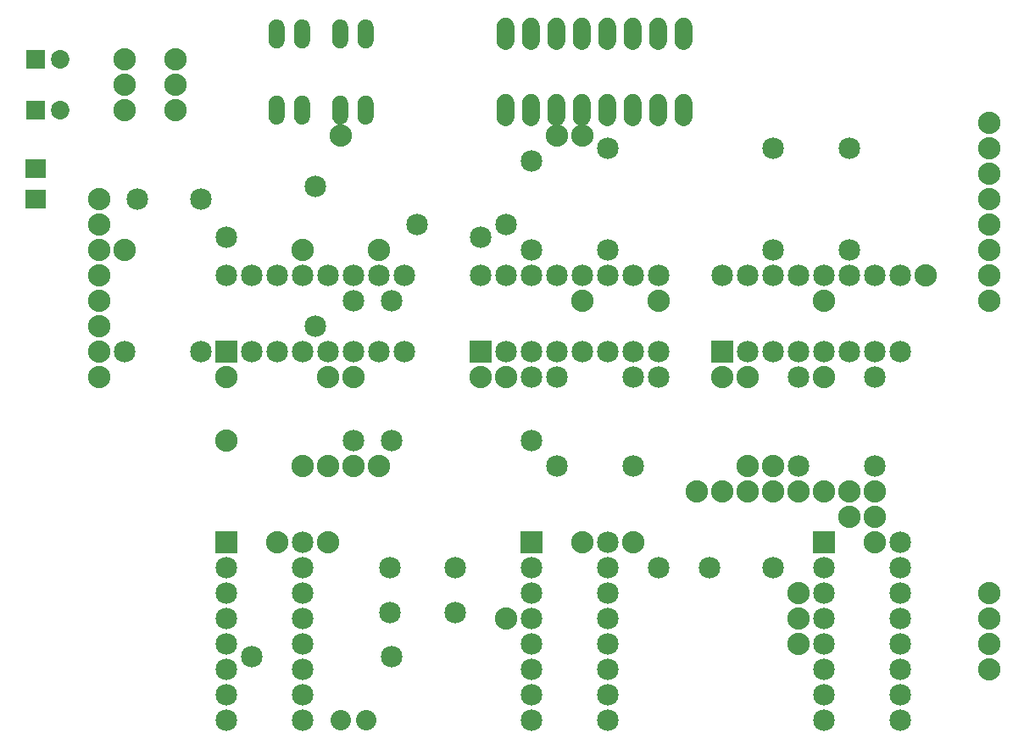
<source format=gbs>
G04 MADE WITH FRITZING*
G04 WWW.FRITZING.ORG*
G04 SINGLE SIDED*
G04 HOLES NOT PLATED*
G04 CONTOUR ON CENTER OF CONTOUR VECTOR*
%ASAXBY*%
%FSLAX23Y23*%
%MOIN*%
%OFA0B0*%
%SFA1.0B1.0*%
%ADD10C,0.085000*%
%ADD11C,0.088000*%
%ADD12C,0.072992*%
%ADD13C,0.062000*%
%ADD14C,0.068189*%
%ADD15C,0.080000*%
%ADD16R,0.072992X0.072992*%
%ADD17R,0.085000X0.085000*%
%ADD18R,0.084803X0.072992*%
%ADD19R,0.001000X0.001000*%
%LNMASK0*%
G90*
G70*
G54D10*
X2224Y1301D03*
X2224Y1651D03*
X2524Y1301D03*
X2524Y1651D03*
X3174Y1301D03*
X3174Y1651D03*
X3474Y1301D03*
X3474Y1651D03*
X1424Y1951D03*
X1424Y1401D03*
X1924Y2201D03*
X924Y2201D03*
X3374Y2151D03*
X3374Y2551D03*
X3074Y2151D03*
X3074Y2551D03*
X2424Y2151D03*
X2424Y2551D03*
X2124Y2151D03*
X2124Y2501D03*
X2124Y1401D03*
X2124Y1651D03*
G54D11*
X1374Y2601D03*
X1324Y1651D03*
X924Y1651D03*
X2224Y2601D03*
X2324Y2601D03*
X3274Y1651D03*
X2974Y1651D03*
X2874Y1651D03*
X1524Y2151D03*
X1224Y2151D03*
X2024Y1651D03*
X1924Y1651D03*
X3274Y1951D03*
X3674Y2051D03*
X2624Y1951D03*
X2324Y1951D03*
X524Y2901D03*
X524Y2801D03*
X524Y2701D03*
X724Y2901D03*
X724Y2801D03*
X724Y2701D03*
G54D12*
X174Y2701D03*
X273Y2701D03*
X174Y2901D03*
X273Y2901D03*
G54D11*
X3474Y1201D03*
X3374Y1201D03*
X3274Y1201D03*
X3174Y1201D03*
X3074Y1201D03*
X2974Y1201D03*
X2874Y1201D03*
X2774Y1201D03*
X3924Y1951D03*
X3924Y2051D03*
X3924Y2151D03*
X3924Y2251D03*
X3924Y2351D03*
X3924Y2451D03*
X3924Y2551D03*
X3924Y2651D03*
X3924Y501D03*
X3924Y601D03*
X3924Y701D03*
X3924Y801D03*
G54D10*
X2124Y1001D03*
X2424Y1001D03*
X2124Y901D03*
X2424Y901D03*
X2124Y801D03*
X2424Y801D03*
X2124Y701D03*
X2424Y701D03*
X2124Y601D03*
X2424Y601D03*
X2124Y501D03*
X2424Y501D03*
X2124Y401D03*
X2424Y401D03*
X2124Y301D03*
X2424Y301D03*
X924Y1751D03*
X924Y2051D03*
X1024Y1751D03*
X1024Y2051D03*
X1124Y1751D03*
X1124Y2051D03*
X1224Y1751D03*
X1224Y2051D03*
X1324Y1751D03*
X1324Y2051D03*
X1424Y1751D03*
X1424Y2051D03*
X1524Y1751D03*
X1524Y2051D03*
X1624Y1751D03*
X1624Y2051D03*
X1924Y1751D03*
X1924Y2051D03*
X2024Y1751D03*
X2024Y2051D03*
X2124Y1751D03*
X2124Y2051D03*
X2224Y1751D03*
X2224Y2051D03*
X2324Y1751D03*
X2324Y2051D03*
X2424Y1751D03*
X2424Y2051D03*
X2524Y1751D03*
X2524Y2051D03*
X2624Y1751D03*
X2624Y2051D03*
X2874Y1751D03*
X2874Y2051D03*
X2974Y1751D03*
X2974Y2051D03*
X3074Y1751D03*
X3074Y2051D03*
X3174Y1751D03*
X3174Y2051D03*
X3274Y1751D03*
X3274Y2051D03*
X3374Y1751D03*
X3374Y2051D03*
X3474Y1751D03*
X3474Y2051D03*
X3574Y1751D03*
X3574Y2051D03*
G54D13*
X1124Y2701D03*
X1224Y2701D03*
X1224Y3001D03*
X1124Y3001D03*
X1374Y2701D03*
X1474Y2701D03*
X1474Y3001D03*
X1374Y3001D03*
G54D14*
X2024Y2701D03*
X2124Y2701D03*
X2624Y2701D03*
X2724Y2701D03*
X2224Y2701D03*
X2324Y2701D03*
X2524Y2701D03*
X2424Y2701D03*
X2724Y3001D03*
X2624Y3001D03*
X2524Y3001D03*
X2424Y3001D03*
X2324Y3001D03*
X2224Y3001D03*
X2124Y3001D03*
X2024Y3001D03*
G54D10*
X3274Y1001D03*
X3574Y1001D03*
X3274Y901D03*
X3574Y901D03*
X3274Y801D03*
X3574Y801D03*
X3274Y701D03*
X3574Y701D03*
X3274Y601D03*
X3574Y601D03*
X3274Y501D03*
X3574Y501D03*
X3274Y401D03*
X3574Y401D03*
X3274Y301D03*
X3574Y301D03*
X1274Y1851D03*
X1274Y2401D03*
G54D11*
X3374Y1101D03*
X3474Y1101D03*
X2974Y1301D03*
X3074Y1301D03*
G54D10*
X924Y1001D03*
X1224Y1001D03*
X924Y901D03*
X1224Y901D03*
X924Y801D03*
X1224Y801D03*
X924Y701D03*
X1224Y701D03*
X924Y601D03*
X1224Y601D03*
X924Y501D03*
X1224Y501D03*
X924Y401D03*
X1224Y401D03*
X1568Y901D03*
X1824Y901D03*
X1568Y724D03*
X1824Y724D03*
G54D11*
X1224Y1301D03*
X1324Y1301D03*
X1424Y1301D03*
X1524Y1301D03*
X424Y1651D03*
X424Y1751D03*
X424Y1851D03*
X424Y1951D03*
X424Y2051D03*
X424Y2151D03*
X424Y2251D03*
X424Y2351D03*
G54D10*
X1574Y1951D03*
X1574Y1401D03*
G54D11*
X1424Y1651D03*
X3174Y801D03*
X3174Y701D03*
X3174Y601D03*
G54D15*
X1374Y301D03*
X1474Y301D03*
G54D10*
X524Y1751D03*
X824Y1751D03*
X574Y2351D03*
X824Y2351D03*
X1224Y301D03*
X924Y301D03*
G54D11*
X2324Y1001D03*
X1124Y1001D03*
X3474Y1001D03*
X2524Y1001D03*
X1324Y1001D03*
X2024Y701D03*
X524Y2151D03*
X924Y1401D03*
G54D10*
X2024Y2251D03*
X1674Y2251D03*
X1574Y551D03*
X1024Y551D03*
X3074Y901D03*
X2824Y901D03*
X2624Y901D03*
X2624Y1651D03*
G54D16*
X174Y2701D03*
X174Y2901D03*
G54D17*
X2124Y1001D03*
X924Y1751D03*
X1924Y1751D03*
X2874Y1751D03*
X3274Y1001D03*
X924Y1001D03*
G54D18*
X174Y2473D03*
X174Y2351D03*
G54D19*
X2021Y3065D02*
X2026Y3065D01*
X2121Y3065D02*
X2126Y3065D01*
X2221Y3065D02*
X2226Y3065D01*
X2321Y3065D02*
X2326Y3065D01*
X2421Y3065D02*
X2426Y3065D01*
X2521Y3065D02*
X2526Y3065D01*
X2621Y3065D02*
X2626Y3065D01*
X2721Y3065D02*
X2726Y3065D01*
X2015Y3064D02*
X2031Y3064D01*
X2115Y3064D02*
X2131Y3064D01*
X2215Y3064D02*
X2231Y3064D01*
X2315Y3064D02*
X2331Y3064D01*
X2415Y3064D02*
X2431Y3064D01*
X2515Y3064D02*
X2531Y3064D01*
X2615Y3064D02*
X2631Y3064D01*
X2715Y3064D02*
X2731Y3064D01*
X2012Y3063D02*
X2034Y3063D01*
X2112Y3063D02*
X2134Y3063D01*
X2212Y3063D02*
X2234Y3063D01*
X2312Y3063D02*
X2334Y3063D01*
X2412Y3063D02*
X2434Y3063D01*
X2512Y3063D02*
X2534Y3063D01*
X2612Y3063D02*
X2634Y3063D01*
X2712Y3063D02*
X2734Y3063D01*
X2010Y3062D02*
X2037Y3062D01*
X2110Y3062D02*
X2137Y3062D01*
X2210Y3062D02*
X2237Y3062D01*
X2310Y3062D02*
X2337Y3062D01*
X2410Y3062D02*
X2437Y3062D01*
X2510Y3062D02*
X2537Y3062D01*
X2610Y3062D02*
X2637Y3062D01*
X2710Y3062D02*
X2737Y3062D01*
X2008Y3061D02*
X2039Y3061D01*
X2108Y3061D02*
X2139Y3061D01*
X2208Y3061D02*
X2239Y3061D01*
X2308Y3061D02*
X2339Y3061D01*
X2408Y3061D02*
X2439Y3061D01*
X2508Y3061D02*
X2539Y3061D01*
X2608Y3061D02*
X2639Y3061D01*
X2708Y3061D02*
X2739Y3061D01*
X2006Y3060D02*
X2041Y3060D01*
X2106Y3060D02*
X2141Y3060D01*
X2206Y3060D02*
X2241Y3060D01*
X2306Y3060D02*
X2341Y3060D01*
X2406Y3060D02*
X2441Y3060D01*
X2506Y3060D02*
X2541Y3060D01*
X2606Y3060D02*
X2641Y3060D01*
X2706Y3060D02*
X2741Y3060D01*
X2004Y3059D02*
X2042Y3059D01*
X2104Y3059D02*
X2142Y3059D01*
X2204Y3059D02*
X2242Y3059D01*
X2304Y3059D02*
X2342Y3059D01*
X2404Y3059D02*
X2442Y3059D01*
X2504Y3059D02*
X2542Y3059D01*
X2604Y3059D02*
X2642Y3059D01*
X2704Y3059D02*
X2742Y3059D01*
X1117Y3058D02*
X1130Y3058D01*
X1217Y3058D02*
X1230Y3058D01*
X1367Y3058D02*
X1380Y3058D01*
X1467Y3058D02*
X1480Y3058D01*
X2003Y3058D02*
X2044Y3058D01*
X2103Y3058D02*
X2144Y3058D01*
X2203Y3058D02*
X2244Y3058D01*
X2303Y3058D02*
X2344Y3058D01*
X2403Y3058D02*
X2444Y3058D01*
X2503Y3058D02*
X2544Y3058D01*
X2603Y3058D02*
X2643Y3058D01*
X2703Y3058D02*
X2743Y3058D01*
X1113Y3057D02*
X1133Y3057D01*
X1213Y3057D02*
X1233Y3057D01*
X1363Y3057D02*
X1383Y3057D01*
X1463Y3057D02*
X1483Y3057D01*
X2002Y3057D02*
X2045Y3057D01*
X2102Y3057D02*
X2145Y3057D01*
X2202Y3057D02*
X2245Y3057D01*
X2302Y3057D02*
X2345Y3057D01*
X2402Y3057D02*
X2445Y3057D01*
X2502Y3057D02*
X2545Y3057D01*
X2602Y3057D02*
X2645Y3057D01*
X2702Y3057D02*
X2745Y3057D01*
X1111Y3056D02*
X1136Y3056D01*
X1211Y3056D02*
X1236Y3056D01*
X1361Y3056D02*
X1386Y3056D01*
X1461Y3056D02*
X1486Y3056D01*
X2001Y3056D02*
X2046Y3056D01*
X2101Y3056D02*
X2146Y3056D01*
X2201Y3056D02*
X2246Y3056D01*
X2301Y3056D02*
X2346Y3056D01*
X2401Y3056D02*
X2446Y3056D01*
X2501Y3056D02*
X2546Y3056D01*
X2601Y3056D02*
X2646Y3056D01*
X2700Y3056D02*
X2746Y3056D01*
X1109Y3055D02*
X1138Y3055D01*
X1209Y3055D02*
X1238Y3055D01*
X1359Y3055D02*
X1388Y3055D01*
X1459Y3055D02*
X1488Y3055D01*
X2000Y3055D02*
X2047Y3055D01*
X2100Y3055D02*
X2147Y3055D01*
X2200Y3055D02*
X2247Y3055D01*
X2299Y3055D02*
X2347Y3055D01*
X2399Y3055D02*
X2447Y3055D01*
X2499Y3055D02*
X2547Y3055D01*
X2599Y3055D02*
X2647Y3055D01*
X2699Y3055D02*
X2747Y3055D01*
X1107Y3054D02*
X1140Y3054D01*
X1207Y3054D02*
X1240Y3054D01*
X1357Y3054D02*
X1390Y3054D01*
X1457Y3054D02*
X1490Y3054D01*
X1999Y3054D02*
X2048Y3054D01*
X2099Y3054D02*
X2148Y3054D01*
X2199Y3054D02*
X2248Y3054D01*
X2299Y3054D02*
X2348Y3054D01*
X2399Y3054D02*
X2448Y3054D01*
X2499Y3054D02*
X2548Y3054D01*
X2599Y3054D02*
X2648Y3054D01*
X2699Y3054D02*
X2748Y3054D01*
X1106Y3053D02*
X1141Y3053D01*
X1206Y3053D02*
X1241Y3053D01*
X1356Y3053D02*
X1391Y3053D01*
X1456Y3053D02*
X1491Y3053D01*
X1998Y3053D02*
X2049Y3053D01*
X2098Y3053D02*
X2149Y3053D01*
X2198Y3053D02*
X2249Y3053D01*
X2298Y3053D02*
X2349Y3053D01*
X2398Y3053D02*
X2449Y3053D01*
X2498Y3053D02*
X2549Y3053D01*
X2598Y3053D02*
X2649Y3053D01*
X2698Y3053D02*
X2749Y3053D01*
X1104Y3052D02*
X1142Y3052D01*
X1204Y3052D02*
X1242Y3052D01*
X1354Y3052D02*
X1392Y3052D01*
X1454Y3052D02*
X1492Y3052D01*
X1997Y3052D02*
X2050Y3052D01*
X2097Y3052D02*
X2150Y3052D01*
X2197Y3052D02*
X2250Y3052D01*
X2297Y3052D02*
X2350Y3052D01*
X2397Y3052D02*
X2450Y3052D01*
X2497Y3052D02*
X2550Y3052D01*
X2597Y3052D02*
X2650Y3052D01*
X2697Y3052D02*
X2750Y3052D01*
X1103Y3051D02*
X1144Y3051D01*
X1203Y3051D02*
X1244Y3051D01*
X1353Y3051D02*
X1394Y3051D01*
X1453Y3051D02*
X1494Y3051D01*
X1996Y3051D02*
X2050Y3051D01*
X2096Y3051D02*
X2150Y3051D01*
X2196Y3051D02*
X2250Y3051D01*
X2296Y3051D02*
X2350Y3051D01*
X2396Y3051D02*
X2450Y3051D01*
X2496Y3051D02*
X2550Y3051D01*
X2596Y3051D02*
X2650Y3051D01*
X2696Y3051D02*
X2750Y3051D01*
X1102Y3050D02*
X1145Y3050D01*
X1202Y3050D02*
X1245Y3050D01*
X1352Y3050D02*
X1395Y3050D01*
X1452Y3050D02*
X1495Y3050D01*
X1996Y3050D02*
X2051Y3050D01*
X2096Y3050D02*
X2151Y3050D01*
X2195Y3050D02*
X2251Y3050D01*
X2295Y3050D02*
X2351Y3050D01*
X2395Y3050D02*
X2451Y3050D01*
X2495Y3050D02*
X2551Y3050D01*
X2595Y3050D02*
X2651Y3050D01*
X2695Y3050D02*
X2751Y3050D01*
X1101Y3049D02*
X1146Y3049D01*
X1201Y3049D02*
X1246Y3049D01*
X1351Y3049D02*
X1396Y3049D01*
X1451Y3049D02*
X1496Y3049D01*
X1995Y3049D02*
X2052Y3049D01*
X2095Y3049D02*
X2152Y3049D01*
X2195Y3049D02*
X2252Y3049D01*
X2295Y3049D02*
X2352Y3049D01*
X2395Y3049D02*
X2452Y3049D01*
X2495Y3049D02*
X2552Y3049D01*
X2595Y3049D02*
X2652Y3049D01*
X2695Y3049D02*
X2752Y3049D01*
X1100Y3048D02*
X1147Y3048D01*
X1200Y3048D02*
X1247Y3048D01*
X1350Y3048D02*
X1397Y3048D01*
X1450Y3048D02*
X1497Y3048D01*
X1994Y3048D02*
X2052Y3048D01*
X2094Y3048D02*
X2152Y3048D01*
X2194Y3048D02*
X2252Y3048D01*
X2294Y3048D02*
X2352Y3048D01*
X2394Y3048D02*
X2452Y3048D01*
X2494Y3048D02*
X2552Y3048D01*
X2594Y3048D02*
X2652Y3048D01*
X2694Y3048D02*
X2752Y3048D01*
X1100Y3047D02*
X1147Y3047D01*
X1200Y3047D02*
X1247Y3047D01*
X1350Y3047D02*
X1397Y3047D01*
X1449Y3047D02*
X1497Y3047D01*
X1994Y3047D02*
X2053Y3047D01*
X2094Y3047D02*
X2153Y3047D01*
X2194Y3047D02*
X2253Y3047D01*
X2294Y3047D02*
X2353Y3047D01*
X2394Y3047D02*
X2453Y3047D01*
X2494Y3047D02*
X2553Y3047D01*
X2594Y3047D02*
X2653Y3047D01*
X2694Y3047D02*
X2753Y3047D01*
X1099Y3046D02*
X1148Y3046D01*
X1199Y3046D02*
X1248Y3046D01*
X1349Y3046D02*
X1398Y3046D01*
X1449Y3046D02*
X1498Y3046D01*
X1993Y3046D02*
X2053Y3046D01*
X2093Y3046D02*
X2153Y3046D01*
X2193Y3046D02*
X2253Y3046D01*
X2293Y3046D02*
X2353Y3046D01*
X2393Y3046D02*
X2453Y3046D01*
X2493Y3046D02*
X2553Y3046D01*
X2593Y3046D02*
X2653Y3046D01*
X2693Y3046D02*
X2753Y3046D01*
X1098Y3045D02*
X1149Y3045D01*
X1198Y3045D02*
X1249Y3045D01*
X1348Y3045D02*
X1399Y3045D01*
X1448Y3045D02*
X1499Y3045D01*
X1993Y3045D02*
X2054Y3045D01*
X2093Y3045D02*
X2154Y3045D01*
X2193Y3045D02*
X2254Y3045D01*
X2293Y3045D02*
X2354Y3045D01*
X2393Y3045D02*
X2454Y3045D01*
X2493Y3045D02*
X2554Y3045D01*
X2593Y3045D02*
X2654Y3045D01*
X2693Y3045D02*
X2754Y3045D01*
X1098Y3044D02*
X1149Y3044D01*
X1198Y3044D02*
X1249Y3044D01*
X1347Y3044D02*
X1399Y3044D01*
X1447Y3044D02*
X1499Y3044D01*
X1992Y3044D02*
X2054Y3044D01*
X2092Y3044D02*
X2154Y3044D01*
X2192Y3044D02*
X2254Y3044D01*
X2292Y3044D02*
X2354Y3044D01*
X2392Y3044D02*
X2454Y3044D01*
X2492Y3044D02*
X2554Y3044D01*
X2592Y3044D02*
X2654Y3044D01*
X2692Y3044D02*
X2754Y3044D01*
X1097Y3043D02*
X1150Y3043D01*
X1197Y3043D02*
X1250Y3043D01*
X1347Y3043D02*
X1400Y3043D01*
X1447Y3043D02*
X1500Y3043D01*
X1992Y3043D02*
X2055Y3043D01*
X2092Y3043D02*
X2155Y3043D01*
X2192Y3043D02*
X2255Y3043D01*
X2292Y3043D02*
X2355Y3043D01*
X2392Y3043D02*
X2455Y3043D01*
X2492Y3043D02*
X2555Y3043D01*
X2592Y3043D02*
X2655Y3043D01*
X2692Y3043D02*
X2754Y3043D01*
X1096Y3042D02*
X1150Y3042D01*
X1196Y3042D02*
X1250Y3042D01*
X1346Y3042D02*
X1400Y3042D01*
X1446Y3042D02*
X1500Y3042D01*
X1992Y3042D02*
X2055Y3042D01*
X2092Y3042D02*
X2155Y3042D01*
X2192Y3042D02*
X2255Y3042D01*
X2292Y3042D02*
X2355Y3042D01*
X2392Y3042D02*
X2455Y3042D01*
X2492Y3042D02*
X2555Y3042D01*
X2592Y3042D02*
X2655Y3042D01*
X2692Y3042D02*
X2755Y3042D01*
X1096Y3041D02*
X1151Y3041D01*
X1196Y3041D02*
X1251Y3041D01*
X1346Y3041D02*
X1401Y3041D01*
X1446Y3041D02*
X1501Y3041D01*
X1991Y3041D02*
X2055Y3041D01*
X2091Y3041D02*
X2155Y3041D01*
X2191Y3041D02*
X2255Y3041D01*
X2291Y3041D02*
X2355Y3041D01*
X2391Y3041D02*
X2455Y3041D01*
X2491Y3041D02*
X2555Y3041D01*
X2591Y3041D02*
X2655Y3041D01*
X2691Y3041D02*
X2755Y3041D01*
X1095Y3040D02*
X1151Y3040D01*
X1195Y3040D02*
X1251Y3040D01*
X1345Y3040D02*
X1401Y3040D01*
X1445Y3040D02*
X1501Y3040D01*
X1991Y3040D02*
X2056Y3040D01*
X2091Y3040D02*
X2156Y3040D01*
X2191Y3040D02*
X2256Y3040D01*
X2291Y3040D02*
X2356Y3040D01*
X2391Y3040D02*
X2456Y3040D01*
X2491Y3040D02*
X2556Y3040D01*
X2591Y3040D02*
X2655Y3040D01*
X2691Y3040D02*
X2755Y3040D01*
X1095Y3039D02*
X1152Y3039D01*
X1195Y3039D02*
X1252Y3039D01*
X1345Y3039D02*
X1402Y3039D01*
X1445Y3039D02*
X1502Y3039D01*
X1991Y3039D02*
X2056Y3039D01*
X2091Y3039D02*
X2156Y3039D01*
X2191Y3039D02*
X2256Y3039D01*
X2291Y3039D02*
X2356Y3039D01*
X2391Y3039D02*
X2456Y3039D01*
X2491Y3039D02*
X2556Y3039D01*
X2591Y3039D02*
X2656Y3039D01*
X2691Y3039D02*
X2756Y3039D01*
X1095Y3038D02*
X1152Y3038D01*
X1195Y3038D02*
X1252Y3038D01*
X1345Y3038D02*
X1402Y3038D01*
X1445Y3038D02*
X1502Y3038D01*
X1990Y3038D02*
X2056Y3038D01*
X2090Y3038D02*
X2156Y3038D01*
X2190Y3038D02*
X2256Y3038D01*
X2290Y3038D02*
X2356Y3038D01*
X2390Y3038D02*
X2456Y3038D01*
X2490Y3038D02*
X2556Y3038D01*
X2590Y3038D02*
X2656Y3038D01*
X2690Y3038D02*
X2756Y3038D01*
X1094Y3037D02*
X1153Y3037D01*
X1194Y3037D02*
X1252Y3037D01*
X1344Y3037D02*
X1402Y3037D01*
X1444Y3037D02*
X1502Y3037D01*
X1990Y3037D02*
X2056Y3037D01*
X2090Y3037D02*
X2156Y3037D01*
X2190Y3037D02*
X2256Y3037D01*
X2290Y3037D02*
X2356Y3037D01*
X2390Y3037D02*
X2456Y3037D01*
X2490Y3037D02*
X2556Y3037D01*
X2590Y3037D02*
X2656Y3037D01*
X2690Y3037D02*
X2756Y3037D01*
X1094Y3036D02*
X1153Y3036D01*
X1194Y3036D02*
X1253Y3036D01*
X1344Y3036D02*
X1403Y3036D01*
X1444Y3036D02*
X1503Y3036D01*
X1990Y3036D02*
X2056Y3036D01*
X2090Y3036D02*
X2156Y3036D01*
X2190Y3036D02*
X2256Y3036D01*
X2290Y3036D02*
X2356Y3036D01*
X2390Y3036D02*
X2456Y3036D01*
X2490Y3036D02*
X2556Y3036D01*
X2590Y3036D02*
X2656Y3036D01*
X2690Y3036D02*
X2756Y3036D01*
X1094Y3035D02*
X1153Y3035D01*
X1194Y3035D02*
X1253Y3035D01*
X1344Y3035D02*
X1403Y3035D01*
X1444Y3035D02*
X1503Y3035D01*
X1990Y3035D02*
X2057Y3035D01*
X2090Y3035D02*
X2157Y3035D01*
X2190Y3035D02*
X2257Y3035D01*
X2290Y3035D02*
X2357Y3035D01*
X2390Y3035D02*
X2457Y3035D01*
X2490Y3035D02*
X2557Y3035D01*
X2590Y3035D02*
X2657Y3035D01*
X2690Y3035D02*
X2756Y3035D01*
X1094Y3034D02*
X1153Y3034D01*
X1194Y3034D02*
X1253Y3034D01*
X1344Y3034D02*
X1403Y3034D01*
X1444Y3034D02*
X1503Y3034D01*
X1990Y3034D02*
X2057Y3034D01*
X2090Y3034D02*
X2157Y3034D01*
X2190Y3034D02*
X2257Y3034D01*
X2290Y3034D02*
X2357Y3034D01*
X2390Y3034D02*
X2457Y3034D01*
X2490Y3034D02*
X2557Y3034D01*
X2590Y3034D02*
X2657Y3034D01*
X2690Y3034D02*
X2757Y3034D01*
X1093Y3033D02*
X1153Y3033D01*
X1193Y3033D02*
X1253Y3033D01*
X1343Y3033D02*
X1403Y3033D01*
X1443Y3033D02*
X1503Y3033D01*
X1990Y3033D02*
X2057Y3033D01*
X2090Y3033D02*
X2157Y3033D01*
X2190Y3033D02*
X2257Y3033D01*
X2290Y3033D02*
X2357Y3033D01*
X2390Y3033D02*
X2457Y3033D01*
X2490Y3033D02*
X2557Y3033D01*
X2590Y3033D02*
X2657Y3033D01*
X2690Y3033D02*
X2757Y3033D01*
X1093Y3032D02*
X1154Y3032D01*
X1193Y3032D02*
X1254Y3032D01*
X1343Y3032D02*
X1404Y3032D01*
X1443Y3032D02*
X1504Y3032D01*
X1990Y3032D02*
X2057Y3032D01*
X2090Y3032D02*
X2157Y3032D01*
X2190Y3032D02*
X2257Y3032D01*
X2290Y3032D02*
X2357Y3032D01*
X2390Y3032D02*
X2457Y3032D01*
X2490Y3032D02*
X2557Y3032D01*
X2590Y3032D02*
X2657Y3032D01*
X2690Y3032D02*
X2757Y3032D01*
X1093Y3031D02*
X1154Y3031D01*
X1193Y3031D02*
X1254Y3031D01*
X1343Y3031D02*
X1404Y3031D01*
X1443Y3031D02*
X1504Y3031D01*
X1990Y3031D02*
X2057Y3031D01*
X2090Y3031D02*
X2157Y3031D01*
X2190Y3031D02*
X2257Y3031D01*
X2290Y3031D02*
X2357Y3031D01*
X2390Y3031D02*
X2457Y3031D01*
X2490Y3031D02*
X2557Y3031D01*
X2590Y3031D02*
X2657Y3031D01*
X2690Y3031D02*
X2757Y3031D01*
X1093Y3030D02*
X1154Y3030D01*
X1193Y3030D02*
X1254Y3030D01*
X1343Y3030D02*
X1404Y3030D01*
X1443Y3030D02*
X1504Y3030D01*
X1990Y3030D02*
X2057Y3030D01*
X2090Y3030D02*
X2157Y3030D01*
X2190Y3030D02*
X2257Y3030D01*
X2290Y3030D02*
X2357Y3030D01*
X2390Y3030D02*
X2457Y3030D01*
X2490Y3030D02*
X2557Y3030D01*
X2590Y3030D02*
X2657Y3030D01*
X2690Y3030D02*
X2757Y3030D01*
X1093Y3029D02*
X1154Y3029D01*
X1193Y3029D02*
X1254Y3029D01*
X1343Y3029D02*
X1404Y3029D01*
X1443Y3029D02*
X1504Y3029D01*
X1990Y3029D02*
X2057Y3029D01*
X2090Y3029D02*
X2157Y3029D01*
X2190Y3029D02*
X2257Y3029D01*
X2290Y3029D02*
X2357Y3029D01*
X2390Y3029D02*
X2457Y3029D01*
X2490Y3029D02*
X2557Y3029D01*
X2590Y3029D02*
X2657Y3029D01*
X2690Y3029D02*
X2757Y3029D01*
X1093Y3028D02*
X1154Y3028D01*
X1193Y3028D02*
X1254Y3028D01*
X1343Y3028D02*
X1404Y3028D01*
X1443Y3028D02*
X1504Y3028D01*
X1990Y3028D02*
X2057Y3028D01*
X2090Y3028D02*
X2157Y3028D01*
X2190Y3028D02*
X2257Y3028D01*
X2290Y3028D02*
X2357Y3028D01*
X2390Y3028D02*
X2457Y3028D01*
X2490Y3028D02*
X2557Y3028D01*
X2590Y3028D02*
X2657Y3028D01*
X2690Y3028D02*
X2757Y3028D01*
X1093Y3027D02*
X1154Y3027D01*
X1193Y3027D02*
X1254Y3027D01*
X1343Y3027D02*
X1404Y3027D01*
X1443Y3027D02*
X1504Y3027D01*
X1990Y3027D02*
X2057Y3027D01*
X2090Y3027D02*
X2157Y3027D01*
X2190Y3027D02*
X2257Y3027D01*
X2290Y3027D02*
X2357Y3027D01*
X2390Y3027D02*
X2457Y3027D01*
X2490Y3027D02*
X2557Y3027D01*
X2590Y3027D02*
X2657Y3027D01*
X2690Y3027D02*
X2757Y3027D01*
X1093Y3026D02*
X1154Y3026D01*
X1193Y3026D02*
X1254Y3026D01*
X1343Y3026D02*
X1404Y3026D01*
X1443Y3026D02*
X1504Y3026D01*
X1990Y3026D02*
X2057Y3026D01*
X2090Y3026D02*
X2157Y3026D01*
X2190Y3026D02*
X2257Y3026D01*
X2290Y3026D02*
X2357Y3026D01*
X2390Y3026D02*
X2457Y3026D01*
X2490Y3026D02*
X2557Y3026D01*
X2590Y3026D02*
X2657Y3026D01*
X2690Y3026D02*
X2757Y3026D01*
X1093Y3025D02*
X1154Y3025D01*
X1193Y3025D02*
X1254Y3025D01*
X1343Y3025D02*
X1404Y3025D01*
X1443Y3025D02*
X1504Y3025D01*
X1990Y3025D02*
X2057Y3025D01*
X2090Y3025D02*
X2157Y3025D01*
X2190Y3025D02*
X2257Y3025D01*
X2290Y3025D02*
X2357Y3025D01*
X2390Y3025D02*
X2457Y3025D01*
X2490Y3025D02*
X2557Y3025D01*
X2590Y3025D02*
X2657Y3025D01*
X2690Y3025D02*
X2757Y3025D01*
X1093Y3024D02*
X1154Y3024D01*
X1193Y3024D02*
X1254Y3024D01*
X1343Y3024D02*
X1404Y3024D01*
X1443Y3024D02*
X1504Y3024D01*
X1990Y3024D02*
X2057Y3024D01*
X2090Y3024D02*
X2157Y3024D01*
X2190Y3024D02*
X2257Y3024D01*
X2290Y3024D02*
X2357Y3024D01*
X2390Y3024D02*
X2457Y3024D01*
X2490Y3024D02*
X2557Y3024D01*
X2590Y3024D02*
X2657Y3024D01*
X2690Y3024D02*
X2757Y3024D01*
X1093Y3023D02*
X1154Y3023D01*
X1193Y3023D02*
X1254Y3023D01*
X1343Y3023D02*
X1404Y3023D01*
X1443Y3023D02*
X1504Y3023D01*
X1990Y3023D02*
X2057Y3023D01*
X2090Y3023D02*
X2157Y3023D01*
X2190Y3023D02*
X2257Y3023D01*
X2290Y3023D02*
X2357Y3023D01*
X2390Y3023D02*
X2457Y3023D01*
X2490Y3023D02*
X2557Y3023D01*
X2590Y3023D02*
X2657Y3023D01*
X2690Y3023D02*
X2757Y3023D01*
X1093Y3022D02*
X1154Y3022D01*
X1193Y3022D02*
X1254Y3022D01*
X1343Y3022D02*
X1404Y3022D01*
X1443Y3022D02*
X1504Y3022D01*
X1990Y3022D02*
X2057Y3022D01*
X2090Y3022D02*
X2157Y3022D01*
X2190Y3022D02*
X2257Y3022D01*
X2290Y3022D02*
X2357Y3022D01*
X2390Y3022D02*
X2457Y3022D01*
X2490Y3022D02*
X2557Y3022D01*
X2590Y3022D02*
X2657Y3022D01*
X2690Y3022D02*
X2757Y3022D01*
X1093Y3021D02*
X1154Y3021D01*
X1193Y3021D02*
X1254Y3021D01*
X1343Y3021D02*
X1404Y3021D01*
X1443Y3021D02*
X1504Y3021D01*
X1990Y3021D02*
X2057Y3021D01*
X2090Y3021D02*
X2157Y3021D01*
X2190Y3021D02*
X2257Y3021D01*
X2290Y3021D02*
X2357Y3021D01*
X2390Y3021D02*
X2457Y3021D01*
X2490Y3021D02*
X2557Y3021D01*
X2590Y3021D02*
X2657Y3021D01*
X2690Y3021D02*
X2757Y3021D01*
X1093Y3020D02*
X1154Y3020D01*
X1193Y3020D02*
X1254Y3020D01*
X1343Y3020D02*
X1404Y3020D01*
X1443Y3020D02*
X1504Y3020D01*
X1990Y3020D02*
X2057Y3020D01*
X2090Y3020D02*
X2157Y3020D01*
X2190Y3020D02*
X2257Y3020D01*
X2290Y3020D02*
X2357Y3020D01*
X2390Y3020D02*
X2457Y3020D01*
X2490Y3020D02*
X2557Y3020D01*
X2590Y3020D02*
X2657Y3020D01*
X2690Y3020D02*
X2757Y3020D01*
X1093Y3019D02*
X1154Y3019D01*
X1193Y3019D02*
X1254Y3019D01*
X1343Y3019D02*
X1404Y3019D01*
X1443Y3019D02*
X1504Y3019D01*
X1990Y3019D02*
X2057Y3019D01*
X2090Y3019D02*
X2157Y3019D01*
X2190Y3019D02*
X2257Y3019D01*
X2290Y3019D02*
X2357Y3019D01*
X2390Y3019D02*
X2457Y3019D01*
X2490Y3019D02*
X2557Y3019D01*
X2590Y3019D02*
X2657Y3019D01*
X2690Y3019D02*
X2757Y3019D01*
X1093Y3018D02*
X1154Y3018D01*
X1193Y3018D02*
X1254Y3018D01*
X1343Y3018D02*
X1404Y3018D01*
X1443Y3018D02*
X1504Y3018D01*
X1990Y3018D02*
X2057Y3018D01*
X2090Y3018D02*
X2157Y3018D01*
X2190Y3018D02*
X2257Y3018D01*
X2290Y3018D02*
X2357Y3018D01*
X2390Y3018D02*
X2457Y3018D01*
X2490Y3018D02*
X2557Y3018D01*
X2590Y3018D02*
X2657Y3018D01*
X2690Y3018D02*
X2757Y3018D01*
X1093Y3017D02*
X1154Y3017D01*
X1193Y3017D02*
X1254Y3017D01*
X1343Y3017D02*
X1404Y3017D01*
X1443Y3017D02*
X1504Y3017D01*
X1990Y3017D02*
X2057Y3017D01*
X2090Y3017D02*
X2157Y3017D01*
X2190Y3017D02*
X2257Y3017D01*
X2290Y3017D02*
X2357Y3017D01*
X2390Y3017D02*
X2457Y3017D01*
X2490Y3017D02*
X2557Y3017D01*
X2590Y3017D02*
X2657Y3017D01*
X2690Y3017D02*
X2757Y3017D01*
X1093Y3016D02*
X1154Y3016D01*
X1193Y3016D02*
X1254Y3016D01*
X1343Y3016D02*
X1404Y3016D01*
X1443Y3016D02*
X1504Y3016D01*
X1990Y3016D02*
X2022Y3016D01*
X2025Y3016D02*
X2057Y3016D01*
X2090Y3016D02*
X2122Y3016D01*
X2125Y3016D02*
X2157Y3016D01*
X2190Y3016D02*
X2222Y3016D01*
X2225Y3016D02*
X2257Y3016D01*
X2290Y3016D02*
X2322Y3016D01*
X2325Y3016D02*
X2357Y3016D01*
X2390Y3016D02*
X2422Y3016D01*
X2425Y3016D02*
X2457Y3016D01*
X2490Y3016D02*
X2522Y3016D01*
X2525Y3016D02*
X2557Y3016D01*
X2590Y3016D02*
X2622Y3016D01*
X2625Y3016D02*
X2657Y3016D01*
X2690Y3016D02*
X2722Y3016D01*
X2725Y3016D02*
X2757Y3016D01*
X1093Y3015D02*
X1154Y3015D01*
X1193Y3015D02*
X1254Y3015D01*
X1343Y3015D02*
X1404Y3015D01*
X1443Y3015D02*
X1504Y3015D01*
X1990Y3015D02*
X2017Y3015D01*
X2029Y3015D02*
X2057Y3015D01*
X2090Y3015D02*
X2117Y3015D01*
X2129Y3015D02*
X2157Y3015D01*
X2190Y3015D02*
X2217Y3015D01*
X2229Y3015D02*
X2257Y3015D01*
X2290Y3015D02*
X2317Y3015D01*
X2329Y3015D02*
X2357Y3015D01*
X2390Y3015D02*
X2417Y3015D01*
X2429Y3015D02*
X2457Y3015D01*
X2490Y3015D02*
X2517Y3015D01*
X2529Y3015D02*
X2557Y3015D01*
X2590Y3015D02*
X2617Y3015D01*
X2629Y3015D02*
X2657Y3015D01*
X2690Y3015D02*
X2717Y3015D01*
X2729Y3015D02*
X2757Y3015D01*
X1093Y3014D02*
X1154Y3014D01*
X1193Y3014D02*
X1254Y3014D01*
X1343Y3014D02*
X1404Y3014D01*
X1443Y3014D02*
X1504Y3014D01*
X1990Y3014D02*
X2015Y3014D01*
X2031Y3014D02*
X2057Y3014D01*
X2090Y3014D02*
X2115Y3014D01*
X2131Y3014D02*
X2157Y3014D01*
X2190Y3014D02*
X2215Y3014D01*
X2231Y3014D02*
X2257Y3014D01*
X2290Y3014D02*
X2315Y3014D01*
X2331Y3014D02*
X2357Y3014D01*
X2390Y3014D02*
X2415Y3014D01*
X2431Y3014D02*
X2457Y3014D01*
X2490Y3014D02*
X2515Y3014D01*
X2531Y3014D02*
X2557Y3014D01*
X2590Y3014D02*
X2615Y3014D01*
X2631Y3014D02*
X2657Y3014D01*
X2690Y3014D02*
X2715Y3014D01*
X2731Y3014D02*
X2757Y3014D01*
X1093Y3013D02*
X1154Y3013D01*
X1193Y3013D02*
X1254Y3013D01*
X1343Y3013D02*
X1404Y3013D01*
X1443Y3013D02*
X1504Y3013D01*
X1990Y3013D02*
X2014Y3013D01*
X2033Y3013D02*
X2057Y3013D01*
X2090Y3013D02*
X2114Y3013D01*
X2132Y3013D02*
X2157Y3013D01*
X2190Y3013D02*
X2214Y3013D01*
X2232Y3013D02*
X2257Y3013D01*
X2290Y3013D02*
X2314Y3013D01*
X2332Y3013D02*
X2357Y3013D01*
X2390Y3013D02*
X2414Y3013D01*
X2432Y3013D02*
X2457Y3013D01*
X2490Y3013D02*
X2514Y3013D01*
X2532Y3013D02*
X2557Y3013D01*
X2590Y3013D02*
X2614Y3013D01*
X2632Y3013D02*
X2657Y3013D01*
X2690Y3013D02*
X2714Y3013D01*
X2732Y3013D02*
X2757Y3013D01*
X1093Y3012D02*
X1118Y3012D01*
X1129Y3012D02*
X1154Y3012D01*
X1193Y3012D02*
X1218Y3012D01*
X1229Y3012D02*
X1254Y3012D01*
X1343Y3012D02*
X1368Y3012D01*
X1379Y3012D02*
X1404Y3012D01*
X1443Y3012D02*
X1468Y3012D01*
X1479Y3012D02*
X1504Y3012D01*
X1990Y3012D02*
X2013Y3012D01*
X2034Y3012D02*
X2057Y3012D01*
X2090Y3012D02*
X2113Y3012D01*
X2134Y3012D02*
X2157Y3012D01*
X2190Y3012D02*
X2213Y3012D01*
X2234Y3012D02*
X2257Y3012D01*
X2290Y3012D02*
X2313Y3012D01*
X2334Y3012D02*
X2357Y3012D01*
X2390Y3012D02*
X2413Y3012D01*
X2434Y3012D02*
X2457Y3012D01*
X2490Y3012D02*
X2513Y3012D01*
X2534Y3012D02*
X2557Y3012D01*
X2590Y3012D02*
X2613Y3012D01*
X2634Y3012D02*
X2657Y3012D01*
X2690Y3012D02*
X2713Y3012D01*
X2734Y3012D02*
X2757Y3012D01*
X1093Y3011D02*
X1117Y3011D01*
X1130Y3011D02*
X1154Y3011D01*
X1193Y3011D02*
X1217Y3011D01*
X1230Y3011D02*
X1254Y3011D01*
X1343Y3011D02*
X1367Y3011D01*
X1380Y3011D02*
X1404Y3011D01*
X1443Y3011D02*
X1467Y3011D01*
X1480Y3011D02*
X1504Y3011D01*
X1990Y3011D02*
X2012Y3011D01*
X2035Y3011D02*
X2057Y3011D01*
X2090Y3011D02*
X2112Y3011D01*
X2135Y3011D02*
X2157Y3011D01*
X2190Y3011D02*
X2212Y3011D01*
X2235Y3011D02*
X2257Y3011D01*
X2290Y3011D02*
X2312Y3011D01*
X2335Y3011D02*
X2357Y3011D01*
X2390Y3011D02*
X2412Y3011D01*
X2435Y3011D02*
X2457Y3011D01*
X2490Y3011D02*
X2512Y3011D01*
X2534Y3011D02*
X2557Y3011D01*
X2590Y3011D02*
X2612Y3011D01*
X2634Y3011D02*
X2657Y3011D01*
X2690Y3011D02*
X2712Y3011D01*
X2734Y3011D02*
X2757Y3011D01*
X1093Y3010D02*
X1115Y3010D01*
X1131Y3010D02*
X1154Y3010D01*
X1193Y3010D02*
X1215Y3010D01*
X1231Y3010D02*
X1254Y3010D01*
X1343Y3010D02*
X1365Y3010D01*
X1381Y3010D02*
X1404Y3010D01*
X1443Y3010D02*
X1465Y3010D01*
X1481Y3010D02*
X1504Y3010D01*
X1990Y3010D02*
X2011Y3010D01*
X2035Y3010D02*
X2057Y3010D01*
X2090Y3010D02*
X2111Y3010D01*
X2135Y3010D02*
X2157Y3010D01*
X2190Y3010D02*
X2211Y3010D01*
X2235Y3010D02*
X2257Y3010D01*
X2290Y3010D02*
X2311Y3010D01*
X2335Y3010D02*
X2357Y3010D01*
X2390Y3010D02*
X2411Y3010D01*
X2435Y3010D02*
X2457Y3010D01*
X2490Y3010D02*
X2511Y3010D01*
X2535Y3010D02*
X2557Y3010D01*
X2590Y3010D02*
X2611Y3010D01*
X2635Y3010D02*
X2657Y3010D01*
X2690Y3010D02*
X2711Y3010D01*
X2735Y3010D02*
X2757Y3010D01*
X1093Y3009D02*
X1115Y3009D01*
X1132Y3009D02*
X1154Y3009D01*
X1193Y3009D02*
X1215Y3009D01*
X1232Y3009D02*
X1254Y3009D01*
X1343Y3009D02*
X1364Y3009D01*
X1382Y3009D02*
X1404Y3009D01*
X1443Y3009D02*
X1464Y3009D01*
X1482Y3009D02*
X1504Y3009D01*
X1990Y3009D02*
X2011Y3009D01*
X2036Y3009D02*
X2057Y3009D01*
X2090Y3009D02*
X2111Y3009D01*
X2136Y3009D02*
X2157Y3009D01*
X2190Y3009D02*
X2211Y3009D01*
X2236Y3009D02*
X2257Y3009D01*
X2290Y3009D02*
X2311Y3009D01*
X2336Y3009D02*
X2357Y3009D01*
X2390Y3009D02*
X2410Y3009D01*
X2436Y3009D02*
X2457Y3009D01*
X2490Y3009D02*
X2510Y3009D01*
X2536Y3009D02*
X2557Y3009D01*
X2590Y3009D02*
X2610Y3009D01*
X2636Y3009D02*
X2657Y3009D01*
X2690Y3009D02*
X2710Y3009D01*
X2736Y3009D02*
X2757Y3009D01*
X1093Y3008D02*
X1114Y3008D01*
X1133Y3008D02*
X1154Y3008D01*
X1193Y3008D02*
X1214Y3008D01*
X1233Y3008D02*
X1254Y3008D01*
X1343Y3008D02*
X1364Y3008D01*
X1383Y3008D02*
X1404Y3008D01*
X1443Y3008D02*
X1464Y3008D01*
X1483Y3008D02*
X1504Y3008D01*
X1990Y3008D02*
X2010Y3008D01*
X2037Y3008D02*
X2057Y3008D01*
X2090Y3008D02*
X2110Y3008D01*
X2137Y3008D02*
X2157Y3008D01*
X2190Y3008D02*
X2210Y3008D01*
X2237Y3008D02*
X2257Y3008D01*
X2290Y3008D02*
X2310Y3008D01*
X2337Y3008D02*
X2357Y3008D01*
X2390Y3008D02*
X2410Y3008D01*
X2437Y3008D02*
X2457Y3008D01*
X2490Y3008D02*
X2510Y3008D01*
X2537Y3008D02*
X2557Y3008D01*
X2590Y3008D02*
X2610Y3008D01*
X2636Y3008D02*
X2657Y3008D01*
X2690Y3008D02*
X2710Y3008D01*
X2736Y3008D02*
X2757Y3008D01*
X1093Y3007D02*
X1113Y3007D01*
X1134Y3007D02*
X1154Y3007D01*
X1193Y3007D02*
X1213Y3007D01*
X1234Y3007D02*
X1254Y3007D01*
X1343Y3007D02*
X1363Y3007D01*
X1384Y3007D02*
X1404Y3007D01*
X1443Y3007D02*
X1463Y3007D01*
X1484Y3007D02*
X1504Y3007D01*
X1990Y3007D02*
X2010Y3007D01*
X2037Y3007D02*
X2057Y3007D01*
X2090Y3007D02*
X2110Y3007D01*
X2137Y3007D02*
X2157Y3007D01*
X2190Y3007D02*
X2210Y3007D01*
X2237Y3007D02*
X2257Y3007D01*
X2290Y3007D02*
X2310Y3007D01*
X2337Y3007D02*
X2357Y3007D01*
X2390Y3007D02*
X2410Y3007D01*
X2437Y3007D02*
X2457Y3007D01*
X2490Y3007D02*
X2509Y3007D01*
X2537Y3007D02*
X2557Y3007D01*
X2590Y3007D02*
X2609Y3007D01*
X2637Y3007D02*
X2657Y3007D01*
X2690Y3007D02*
X2709Y3007D01*
X2737Y3007D02*
X2757Y3007D01*
X1093Y3006D02*
X1113Y3006D01*
X1134Y3006D02*
X1154Y3006D01*
X1193Y3006D02*
X1213Y3006D01*
X1234Y3006D02*
X1254Y3006D01*
X1343Y3006D02*
X1363Y3006D01*
X1384Y3006D02*
X1404Y3006D01*
X1443Y3006D02*
X1463Y3006D01*
X1484Y3006D02*
X1504Y3006D01*
X1990Y3006D02*
X2009Y3006D01*
X2037Y3006D02*
X2057Y3006D01*
X2090Y3006D02*
X2109Y3006D01*
X2137Y3006D02*
X2157Y3006D01*
X2190Y3006D02*
X2209Y3006D01*
X2237Y3006D02*
X2257Y3006D01*
X2290Y3006D02*
X2309Y3006D01*
X2337Y3006D02*
X2357Y3006D01*
X2390Y3006D02*
X2409Y3006D01*
X2437Y3006D02*
X2457Y3006D01*
X2490Y3006D02*
X2509Y3006D01*
X2537Y3006D02*
X2557Y3006D01*
X2590Y3006D02*
X2609Y3006D01*
X2637Y3006D02*
X2657Y3006D01*
X2690Y3006D02*
X2709Y3006D01*
X2737Y3006D02*
X2757Y3006D01*
X1093Y3005D02*
X1112Y3005D01*
X1135Y3005D02*
X1154Y3005D01*
X1193Y3005D02*
X1212Y3005D01*
X1235Y3005D02*
X1254Y3005D01*
X1343Y3005D02*
X1362Y3005D01*
X1385Y3005D02*
X1404Y3005D01*
X1443Y3005D02*
X1462Y3005D01*
X1484Y3005D02*
X1504Y3005D01*
X1990Y3005D02*
X2009Y3005D01*
X2038Y3005D02*
X2057Y3005D01*
X2090Y3005D02*
X2109Y3005D01*
X2138Y3005D02*
X2157Y3005D01*
X2190Y3005D02*
X2209Y3005D01*
X2238Y3005D02*
X2257Y3005D01*
X2290Y3005D02*
X2309Y3005D01*
X2338Y3005D02*
X2357Y3005D01*
X2390Y3005D02*
X2409Y3005D01*
X2438Y3005D02*
X2457Y3005D01*
X2490Y3005D02*
X2509Y3005D01*
X2538Y3005D02*
X2557Y3005D01*
X2590Y3005D02*
X2609Y3005D01*
X2637Y3005D02*
X2657Y3005D01*
X2690Y3005D02*
X2709Y3005D01*
X2737Y3005D02*
X2757Y3005D01*
X1093Y3004D02*
X1112Y3004D01*
X1135Y3004D02*
X1154Y3004D01*
X1193Y3004D02*
X1212Y3004D01*
X1235Y3004D02*
X1254Y3004D01*
X1343Y3004D02*
X1362Y3004D01*
X1385Y3004D02*
X1404Y3004D01*
X1443Y3004D02*
X1462Y3004D01*
X1485Y3004D02*
X1504Y3004D01*
X1990Y3004D02*
X2009Y3004D01*
X2038Y3004D02*
X2057Y3004D01*
X2090Y3004D02*
X2109Y3004D01*
X2138Y3004D02*
X2157Y3004D01*
X2190Y3004D02*
X2209Y3004D01*
X2238Y3004D02*
X2257Y3004D01*
X2290Y3004D02*
X2309Y3004D01*
X2338Y3004D02*
X2357Y3004D01*
X2390Y3004D02*
X2409Y3004D01*
X2438Y3004D02*
X2457Y3004D01*
X2490Y3004D02*
X2509Y3004D01*
X2538Y3004D02*
X2557Y3004D01*
X2590Y3004D02*
X2609Y3004D01*
X2638Y3004D02*
X2657Y3004D01*
X2690Y3004D02*
X2709Y3004D01*
X2738Y3004D02*
X2757Y3004D01*
X1093Y3003D02*
X1112Y3003D01*
X1135Y3003D02*
X1154Y3003D01*
X1193Y3003D02*
X1212Y3003D01*
X1235Y3003D02*
X1254Y3003D01*
X1343Y3003D02*
X1362Y3003D01*
X1385Y3003D02*
X1404Y3003D01*
X1443Y3003D02*
X1462Y3003D01*
X1485Y3003D02*
X1504Y3003D01*
X1990Y3003D02*
X2009Y3003D01*
X2038Y3003D02*
X2057Y3003D01*
X2090Y3003D02*
X2109Y3003D01*
X2138Y3003D02*
X2157Y3003D01*
X2190Y3003D02*
X2209Y3003D01*
X2238Y3003D02*
X2257Y3003D01*
X2290Y3003D02*
X2309Y3003D01*
X2338Y3003D02*
X2357Y3003D01*
X2390Y3003D02*
X2409Y3003D01*
X2438Y3003D02*
X2457Y3003D01*
X2490Y3003D02*
X2509Y3003D01*
X2538Y3003D02*
X2557Y3003D01*
X2590Y3003D02*
X2609Y3003D01*
X2638Y3003D02*
X2657Y3003D01*
X2690Y3003D02*
X2709Y3003D01*
X2738Y3003D02*
X2757Y3003D01*
X1093Y3002D02*
X1112Y3002D01*
X1135Y3002D02*
X1154Y3002D01*
X1193Y3002D02*
X1212Y3002D01*
X1235Y3002D02*
X1254Y3002D01*
X1343Y3002D02*
X1362Y3002D01*
X1385Y3002D02*
X1404Y3002D01*
X1443Y3002D02*
X1462Y3002D01*
X1485Y3002D02*
X1504Y3002D01*
X1990Y3002D02*
X2009Y3002D01*
X2038Y3002D02*
X2057Y3002D01*
X2090Y3002D02*
X2109Y3002D01*
X2138Y3002D02*
X2157Y3002D01*
X2190Y3002D02*
X2209Y3002D01*
X2238Y3002D02*
X2257Y3002D01*
X2290Y3002D02*
X2309Y3002D01*
X2338Y3002D02*
X2357Y3002D01*
X2390Y3002D02*
X2409Y3002D01*
X2438Y3002D02*
X2457Y3002D01*
X2490Y3002D02*
X2509Y3002D01*
X2538Y3002D02*
X2557Y3002D01*
X2590Y3002D02*
X2609Y3002D01*
X2638Y3002D02*
X2657Y3002D01*
X2690Y3002D02*
X2709Y3002D01*
X2738Y3002D02*
X2757Y3002D01*
X1093Y3001D02*
X1112Y3001D01*
X1135Y3001D02*
X1154Y3001D01*
X1193Y3001D02*
X1212Y3001D01*
X1235Y3001D02*
X1254Y3001D01*
X1343Y3001D02*
X1362Y3001D01*
X1385Y3001D02*
X1404Y3001D01*
X1443Y3001D02*
X1462Y3001D01*
X1485Y3001D02*
X1504Y3001D01*
X1990Y3001D02*
X2009Y3001D01*
X2038Y3001D02*
X2057Y3001D01*
X2090Y3001D02*
X2109Y3001D01*
X2138Y3001D02*
X2157Y3001D01*
X2190Y3001D02*
X2209Y3001D01*
X2238Y3001D02*
X2257Y3001D01*
X2290Y3001D02*
X2309Y3001D01*
X2338Y3001D02*
X2357Y3001D01*
X2390Y3001D02*
X2409Y3001D01*
X2438Y3001D02*
X2457Y3001D01*
X2490Y3001D02*
X2509Y3001D01*
X2538Y3001D02*
X2557Y3001D01*
X2590Y3001D02*
X2609Y3001D01*
X2638Y3001D02*
X2657Y3001D01*
X2690Y3001D02*
X2709Y3001D01*
X2738Y3001D02*
X2757Y3001D01*
X1093Y3000D02*
X1112Y3000D01*
X1135Y3000D02*
X1154Y3000D01*
X1193Y3000D02*
X1212Y3000D01*
X1235Y3000D02*
X1254Y3000D01*
X1343Y3000D02*
X1362Y3000D01*
X1385Y3000D02*
X1404Y3000D01*
X1443Y3000D02*
X1462Y3000D01*
X1485Y3000D02*
X1504Y3000D01*
X1990Y3000D02*
X2009Y3000D01*
X2038Y3000D02*
X2057Y3000D01*
X2090Y3000D02*
X2109Y3000D01*
X2138Y3000D02*
X2157Y3000D01*
X2190Y3000D02*
X2209Y3000D01*
X2238Y3000D02*
X2257Y3000D01*
X2290Y3000D02*
X2309Y3000D01*
X2338Y3000D02*
X2357Y3000D01*
X2390Y3000D02*
X2409Y3000D01*
X2438Y3000D02*
X2457Y3000D01*
X2490Y3000D02*
X2509Y3000D01*
X2538Y3000D02*
X2557Y3000D01*
X2590Y3000D02*
X2609Y3000D01*
X2638Y3000D02*
X2657Y3000D01*
X2690Y3000D02*
X2709Y3000D01*
X2738Y3000D02*
X2757Y3000D01*
X1093Y2999D02*
X1112Y2999D01*
X1135Y2999D02*
X1154Y2999D01*
X1193Y2999D02*
X1212Y2999D01*
X1235Y2999D02*
X1254Y2999D01*
X1343Y2999D02*
X1362Y2999D01*
X1385Y2999D02*
X1404Y2999D01*
X1443Y2999D02*
X1462Y2999D01*
X1485Y2999D02*
X1504Y2999D01*
X1990Y2999D02*
X2009Y2999D01*
X2038Y2999D02*
X2057Y2999D01*
X2090Y2999D02*
X2109Y2999D01*
X2138Y2999D02*
X2157Y2999D01*
X2190Y2999D02*
X2209Y2999D01*
X2238Y2999D02*
X2257Y2999D01*
X2290Y2999D02*
X2309Y2999D01*
X2338Y2999D02*
X2357Y2999D01*
X2390Y2999D02*
X2409Y2999D01*
X2438Y2999D02*
X2457Y2999D01*
X2490Y2999D02*
X2509Y2999D01*
X2538Y2999D02*
X2557Y2999D01*
X2590Y2999D02*
X2609Y2999D01*
X2638Y2999D02*
X2657Y2999D01*
X2690Y2999D02*
X2709Y2999D01*
X2737Y2999D02*
X2757Y2999D01*
X1093Y2998D02*
X1113Y2998D01*
X1134Y2998D02*
X1154Y2998D01*
X1193Y2998D02*
X1213Y2998D01*
X1234Y2998D02*
X1254Y2998D01*
X1343Y2998D02*
X1363Y2998D01*
X1384Y2998D02*
X1404Y2998D01*
X1443Y2998D02*
X1463Y2998D01*
X1484Y2998D02*
X1504Y2998D01*
X1990Y2998D02*
X2009Y2998D01*
X2037Y2998D02*
X2057Y2998D01*
X2090Y2998D02*
X2109Y2998D01*
X2137Y2998D02*
X2157Y2998D01*
X2190Y2998D02*
X2209Y2998D01*
X2237Y2998D02*
X2257Y2998D01*
X2290Y2998D02*
X2309Y2998D01*
X2337Y2998D02*
X2357Y2998D01*
X2390Y2998D02*
X2409Y2998D01*
X2437Y2998D02*
X2457Y2998D01*
X2490Y2998D02*
X2509Y2998D01*
X2537Y2998D02*
X2557Y2998D01*
X2590Y2998D02*
X2609Y2998D01*
X2637Y2998D02*
X2657Y2998D01*
X2690Y2998D02*
X2709Y2998D01*
X2737Y2998D02*
X2757Y2998D01*
X1093Y2997D02*
X1113Y2997D01*
X1134Y2997D02*
X1154Y2997D01*
X1193Y2997D02*
X1213Y2997D01*
X1234Y2997D02*
X1254Y2997D01*
X1343Y2997D02*
X1363Y2997D01*
X1384Y2997D02*
X1404Y2997D01*
X1443Y2997D02*
X1463Y2997D01*
X1484Y2997D02*
X1504Y2997D01*
X1990Y2997D02*
X2010Y2997D01*
X2037Y2997D02*
X2057Y2997D01*
X2090Y2997D02*
X2110Y2997D01*
X2137Y2997D02*
X2157Y2997D01*
X2190Y2997D02*
X2210Y2997D01*
X2237Y2997D02*
X2257Y2997D01*
X2290Y2997D02*
X2310Y2997D01*
X2337Y2997D02*
X2357Y2997D01*
X2390Y2997D02*
X2409Y2997D01*
X2437Y2997D02*
X2457Y2997D01*
X2490Y2997D02*
X2509Y2997D01*
X2537Y2997D02*
X2557Y2997D01*
X2590Y2997D02*
X2609Y2997D01*
X2637Y2997D02*
X2657Y2997D01*
X2690Y2997D02*
X2709Y2997D01*
X2737Y2997D02*
X2757Y2997D01*
X1093Y2996D02*
X1114Y2996D01*
X1133Y2996D02*
X1154Y2996D01*
X1193Y2996D02*
X1214Y2996D01*
X1233Y2996D02*
X1254Y2996D01*
X1343Y2996D02*
X1364Y2996D01*
X1383Y2996D02*
X1404Y2996D01*
X1443Y2996D02*
X1464Y2996D01*
X1483Y2996D02*
X1504Y2996D01*
X1990Y2996D02*
X2010Y2996D01*
X2037Y2996D02*
X2057Y2996D01*
X2090Y2996D02*
X2110Y2996D01*
X2137Y2996D02*
X2157Y2996D01*
X2190Y2996D02*
X2210Y2996D01*
X2237Y2996D02*
X2257Y2996D01*
X2290Y2996D02*
X2310Y2996D01*
X2337Y2996D02*
X2357Y2996D01*
X2390Y2996D02*
X2410Y2996D01*
X2437Y2996D02*
X2457Y2996D01*
X2490Y2996D02*
X2510Y2996D01*
X2537Y2996D02*
X2557Y2996D01*
X2590Y2996D02*
X2610Y2996D01*
X2637Y2996D02*
X2657Y2996D01*
X2690Y2996D02*
X2710Y2996D01*
X2736Y2996D02*
X2757Y2996D01*
X1093Y2995D02*
X1114Y2995D01*
X1132Y2995D02*
X1154Y2995D01*
X1193Y2995D02*
X1214Y2995D01*
X1232Y2995D02*
X1254Y2995D01*
X1343Y2995D02*
X1364Y2995D01*
X1382Y2995D02*
X1404Y2995D01*
X1443Y2995D02*
X1464Y2995D01*
X1482Y2995D02*
X1504Y2995D01*
X1990Y2995D02*
X2011Y2995D01*
X2036Y2995D02*
X2057Y2995D01*
X2090Y2995D02*
X2111Y2995D01*
X2136Y2995D02*
X2157Y2995D01*
X2190Y2995D02*
X2211Y2995D01*
X2236Y2995D02*
X2257Y2995D01*
X2290Y2995D02*
X2310Y2995D01*
X2336Y2995D02*
X2357Y2995D01*
X2390Y2995D02*
X2410Y2995D01*
X2436Y2995D02*
X2457Y2995D01*
X2490Y2995D02*
X2510Y2995D01*
X2536Y2995D02*
X2557Y2995D01*
X2590Y2995D02*
X2610Y2995D01*
X2636Y2995D02*
X2657Y2995D01*
X2690Y2995D02*
X2710Y2995D01*
X2736Y2995D02*
X2757Y2995D01*
X1093Y2994D02*
X1115Y2994D01*
X1131Y2994D02*
X1154Y2994D01*
X1193Y2994D02*
X1215Y2994D01*
X1231Y2994D02*
X1254Y2994D01*
X1343Y2994D02*
X1365Y2994D01*
X1381Y2994D02*
X1404Y2994D01*
X1443Y2994D02*
X1465Y2994D01*
X1481Y2994D02*
X1504Y2994D01*
X1990Y2994D02*
X2011Y2994D01*
X2035Y2994D02*
X2057Y2994D01*
X2090Y2994D02*
X2111Y2994D01*
X2135Y2994D02*
X2157Y2994D01*
X2190Y2994D02*
X2211Y2994D01*
X2235Y2994D02*
X2257Y2994D01*
X2290Y2994D02*
X2311Y2994D01*
X2335Y2994D02*
X2357Y2994D01*
X2390Y2994D02*
X2411Y2994D01*
X2435Y2994D02*
X2457Y2994D01*
X2490Y2994D02*
X2511Y2994D01*
X2535Y2994D02*
X2557Y2994D01*
X2590Y2994D02*
X2611Y2994D01*
X2635Y2994D02*
X2657Y2994D01*
X2690Y2994D02*
X2711Y2994D01*
X2735Y2994D02*
X2757Y2994D01*
X1093Y2993D02*
X1117Y2993D01*
X1130Y2993D02*
X1154Y2993D01*
X1193Y2993D02*
X1217Y2993D01*
X1230Y2993D02*
X1254Y2993D01*
X1343Y2993D02*
X1367Y2993D01*
X1380Y2993D02*
X1404Y2993D01*
X1443Y2993D02*
X1467Y2993D01*
X1480Y2993D02*
X1504Y2993D01*
X1990Y2993D02*
X2012Y2993D01*
X2035Y2993D02*
X2057Y2993D01*
X2090Y2993D02*
X2112Y2993D01*
X2135Y2993D02*
X2157Y2993D01*
X2190Y2993D02*
X2212Y2993D01*
X2235Y2993D02*
X2257Y2993D01*
X2290Y2993D02*
X2312Y2993D01*
X2335Y2993D02*
X2357Y2993D01*
X2390Y2993D02*
X2412Y2993D01*
X2435Y2993D02*
X2457Y2993D01*
X2490Y2993D02*
X2512Y2993D01*
X2535Y2993D02*
X2557Y2993D01*
X2590Y2993D02*
X2612Y2993D01*
X2635Y2993D02*
X2657Y2993D01*
X2690Y2993D02*
X2712Y2993D01*
X2734Y2993D02*
X2757Y2993D01*
X1093Y2992D02*
X1118Y2992D01*
X1129Y2992D02*
X1154Y2992D01*
X1193Y2992D02*
X1218Y2992D01*
X1229Y2992D02*
X1254Y2992D01*
X1343Y2992D02*
X1368Y2992D01*
X1379Y2992D02*
X1404Y2992D01*
X1443Y2992D02*
X1468Y2992D01*
X1479Y2992D02*
X1504Y2992D01*
X1990Y2992D02*
X2013Y2992D01*
X2034Y2992D02*
X2057Y2992D01*
X2090Y2992D02*
X2113Y2992D01*
X2134Y2992D02*
X2157Y2992D01*
X2190Y2992D02*
X2213Y2992D01*
X2234Y2992D02*
X2257Y2992D01*
X2290Y2992D02*
X2313Y2992D01*
X2334Y2992D02*
X2357Y2992D01*
X2390Y2992D02*
X2413Y2992D01*
X2434Y2992D02*
X2457Y2992D01*
X2490Y2992D02*
X2513Y2992D01*
X2534Y2992D02*
X2557Y2992D01*
X2590Y2992D02*
X2613Y2992D01*
X2634Y2992D02*
X2657Y2992D01*
X2690Y2992D02*
X2713Y2992D01*
X2734Y2992D02*
X2757Y2992D01*
X1093Y2991D02*
X1154Y2991D01*
X1193Y2991D02*
X1254Y2991D01*
X1343Y2991D02*
X1404Y2991D01*
X1443Y2991D02*
X1504Y2991D01*
X1990Y2991D02*
X2014Y2991D01*
X2033Y2991D02*
X2057Y2991D01*
X2090Y2991D02*
X2114Y2991D01*
X2133Y2991D02*
X2157Y2991D01*
X2190Y2991D02*
X2214Y2991D01*
X2233Y2991D02*
X2257Y2991D01*
X2290Y2991D02*
X2314Y2991D01*
X2333Y2991D02*
X2357Y2991D01*
X2390Y2991D02*
X2414Y2991D01*
X2432Y2991D02*
X2457Y2991D01*
X2490Y2991D02*
X2514Y2991D01*
X2532Y2991D02*
X2557Y2991D01*
X2590Y2991D02*
X2614Y2991D01*
X2632Y2991D02*
X2657Y2991D01*
X2690Y2991D02*
X2714Y2991D01*
X2732Y2991D02*
X2757Y2991D01*
X1093Y2990D02*
X1154Y2990D01*
X1193Y2990D02*
X1254Y2990D01*
X1343Y2990D02*
X1404Y2990D01*
X1443Y2990D02*
X1504Y2990D01*
X1990Y2990D02*
X2015Y2990D01*
X2031Y2990D02*
X2057Y2990D01*
X2090Y2990D02*
X2115Y2990D01*
X2131Y2990D02*
X2157Y2990D01*
X2190Y2990D02*
X2215Y2990D01*
X2231Y2990D02*
X2257Y2990D01*
X2290Y2990D02*
X2315Y2990D01*
X2331Y2990D02*
X2357Y2990D01*
X2390Y2990D02*
X2415Y2990D01*
X2431Y2990D02*
X2457Y2990D01*
X2490Y2990D02*
X2515Y2990D01*
X2531Y2990D02*
X2557Y2990D01*
X2590Y2990D02*
X2615Y2990D01*
X2631Y2990D02*
X2657Y2990D01*
X2690Y2990D02*
X2715Y2990D01*
X2731Y2990D02*
X2757Y2990D01*
X1093Y2989D02*
X1154Y2989D01*
X1193Y2989D02*
X1254Y2989D01*
X1343Y2989D02*
X1404Y2989D01*
X1443Y2989D02*
X1504Y2989D01*
X1990Y2989D02*
X2017Y2989D01*
X2029Y2989D02*
X2057Y2989D01*
X2090Y2989D02*
X2117Y2989D01*
X2129Y2989D02*
X2157Y2989D01*
X2190Y2989D02*
X2217Y2989D01*
X2229Y2989D02*
X2257Y2989D01*
X2290Y2989D02*
X2317Y2989D01*
X2329Y2989D02*
X2357Y2989D01*
X2390Y2989D02*
X2417Y2989D01*
X2429Y2989D02*
X2457Y2989D01*
X2490Y2989D02*
X2517Y2989D01*
X2529Y2989D02*
X2557Y2989D01*
X2590Y2989D02*
X2617Y2989D01*
X2629Y2989D02*
X2657Y2989D01*
X2690Y2989D02*
X2717Y2989D01*
X2729Y2989D02*
X2757Y2989D01*
X1093Y2988D02*
X1154Y2988D01*
X1193Y2988D02*
X1254Y2988D01*
X1343Y2988D02*
X1404Y2988D01*
X1443Y2988D02*
X1504Y2988D01*
X1990Y2988D02*
X2022Y2988D01*
X2025Y2988D02*
X2057Y2988D01*
X2090Y2988D02*
X2122Y2988D01*
X2125Y2988D02*
X2157Y2988D01*
X2190Y2988D02*
X2222Y2988D01*
X2225Y2988D02*
X2257Y2988D01*
X2290Y2988D02*
X2322Y2988D01*
X2325Y2988D02*
X2357Y2988D01*
X2390Y2988D02*
X2421Y2988D01*
X2425Y2988D02*
X2457Y2988D01*
X2490Y2988D02*
X2521Y2988D01*
X2525Y2988D02*
X2557Y2988D01*
X2590Y2988D02*
X2621Y2988D01*
X2625Y2988D02*
X2657Y2988D01*
X2690Y2988D02*
X2721Y2988D01*
X2725Y2988D02*
X2757Y2988D01*
X1093Y2987D02*
X1154Y2987D01*
X1193Y2987D02*
X1254Y2987D01*
X1343Y2987D02*
X1404Y2987D01*
X1443Y2987D02*
X1504Y2987D01*
X1990Y2987D02*
X2057Y2987D01*
X2090Y2987D02*
X2157Y2987D01*
X2190Y2987D02*
X2257Y2987D01*
X2290Y2987D02*
X2357Y2987D01*
X2390Y2987D02*
X2457Y2987D01*
X2490Y2987D02*
X2557Y2987D01*
X2590Y2987D02*
X2657Y2987D01*
X2690Y2987D02*
X2757Y2987D01*
X1093Y2986D02*
X1154Y2986D01*
X1193Y2986D02*
X1254Y2986D01*
X1343Y2986D02*
X1404Y2986D01*
X1443Y2986D02*
X1504Y2986D01*
X1990Y2986D02*
X2057Y2986D01*
X2090Y2986D02*
X2157Y2986D01*
X2190Y2986D02*
X2257Y2986D01*
X2290Y2986D02*
X2357Y2986D01*
X2390Y2986D02*
X2457Y2986D01*
X2490Y2986D02*
X2557Y2986D01*
X2590Y2986D02*
X2657Y2986D01*
X2690Y2986D02*
X2757Y2986D01*
X1093Y2985D02*
X1154Y2985D01*
X1193Y2985D02*
X1254Y2985D01*
X1343Y2985D02*
X1404Y2985D01*
X1443Y2985D02*
X1504Y2985D01*
X1990Y2985D02*
X2057Y2985D01*
X2090Y2985D02*
X2157Y2985D01*
X2190Y2985D02*
X2257Y2985D01*
X2290Y2985D02*
X2357Y2985D01*
X2390Y2985D02*
X2457Y2985D01*
X2490Y2985D02*
X2557Y2985D01*
X2590Y2985D02*
X2657Y2985D01*
X2690Y2985D02*
X2757Y2985D01*
X1093Y2984D02*
X1154Y2984D01*
X1193Y2984D02*
X1254Y2984D01*
X1343Y2984D02*
X1404Y2984D01*
X1443Y2984D02*
X1504Y2984D01*
X1990Y2984D02*
X2057Y2984D01*
X2090Y2984D02*
X2157Y2984D01*
X2190Y2984D02*
X2257Y2984D01*
X2290Y2984D02*
X2357Y2984D01*
X2390Y2984D02*
X2457Y2984D01*
X2490Y2984D02*
X2557Y2984D01*
X2590Y2984D02*
X2657Y2984D01*
X2690Y2984D02*
X2757Y2984D01*
X1093Y2983D02*
X1154Y2983D01*
X1193Y2983D02*
X1254Y2983D01*
X1343Y2983D02*
X1404Y2983D01*
X1443Y2983D02*
X1504Y2983D01*
X1990Y2983D02*
X2057Y2983D01*
X2090Y2983D02*
X2157Y2983D01*
X2190Y2983D02*
X2257Y2983D01*
X2290Y2983D02*
X2357Y2983D01*
X2390Y2983D02*
X2457Y2983D01*
X2490Y2983D02*
X2557Y2983D01*
X2590Y2983D02*
X2657Y2983D01*
X2690Y2983D02*
X2757Y2983D01*
X1093Y2982D02*
X1154Y2982D01*
X1193Y2982D02*
X1254Y2982D01*
X1343Y2982D02*
X1404Y2982D01*
X1443Y2982D02*
X1504Y2982D01*
X1990Y2982D02*
X2057Y2982D01*
X2090Y2982D02*
X2157Y2982D01*
X2190Y2982D02*
X2257Y2982D01*
X2290Y2982D02*
X2357Y2982D01*
X2390Y2982D02*
X2457Y2982D01*
X2490Y2982D02*
X2557Y2982D01*
X2590Y2982D02*
X2657Y2982D01*
X2690Y2982D02*
X2757Y2982D01*
X1093Y2981D02*
X1154Y2981D01*
X1193Y2981D02*
X1254Y2981D01*
X1343Y2981D02*
X1404Y2981D01*
X1443Y2981D02*
X1504Y2981D01*
X1990Y2981D02*
X2057Y2981D01*
X2090Y2981D02*
X2157Y2981D01*
X2190Y2981D02*
X2257Y2981D01*
X2290Y2981D02*
X2357Y2981D01*
X2390Y2981D02*
X2457Y2981D01*
X2490Y2981D02*
X2557Y2981D01*
X2590Y2981D02*
X2657Y2981D01*
X2690Y2981D02*
X2757Y2981D01*
X1093Y2980D02*
X1154Y2980D01*
X1193Y2980D02*
X1254Y2980D01*
X1343Y2980D02*
X1404Y2980D01*
X1443Y2980D02*
X1504Y2980D01*
X1990Y2980D02*
X2057Y2980D01*
X2090Y2980D02*
X2157Y2980D01*
X2190Y2980D02*
X2257Y2980D01*
X2290Y2980D02*
X2357Y2980D01*
X2390Y2980D02*
X2457Y2980D01*
X2490Y2980D02*
X2557Y2980D01*
X2590Y2980D02*
X2657Y2980D01*
X2690Y2980D02*
X2757Y2980D01*
X1093Y2979D02*
X1154Y2979D01*
X1193Y2979D02*
X1254Y2979D01*
X1343Y2979D02*
X1404Y2979D01*
X1443Y2979D02*
X1504Y2979D01*
X1990Y2979D02*
X2057Y2979D01*
X2090Y2979D02*
X2157Y2979D01*
X2190Y2979D02*
X2257Y2979D01*
X2290Y2979D02*
X2357Y2979D01*
X2390Y2979D02*
X2457Y2979D01*
X2490Y2979D02*
X2557Y2979D01*
X2590Y2979D02*
X2657Y2979D01*
X2690Y2979D02*
X2757Y2979D01*
X1093Y2978D02*
X1154Y2978D01*
X1193Y2978D02*
X1254Y2978D01*
X1343Y2978D02*
X1404Y2978D01*
X1443Y2978D02*
X1504Y2978D01*
X1990Y2978D02*
X2057Y2978D01*
X2090Y2978D02*
X2157Y2978D01*
X2190Y2978D02*
X2257Y2978D01*
X2290Y2978D02*
X2357Y2978D01*
X2390Y2978D02*
X2457Y2978D01*
X2490Y2978D02*
X2557Y2978D01*
X2590Y2978D02*
X2657Y2978D01*
X2690Y2978D02*
X2757Y2978D01*
X1093Y2977D02*
X1154Y2977D01*
X1193Y2977D02*
X1254Y2977D01*
X1343Y2977D02*
X1404Y2977D01*
X1443Y2977D02*
X1504Y2977D01*
X1990Y2977D02*
X2057Y2977D01*
X2090Y2977D02*
X2157Y2977D01*
X2190Y2977D02*
X2257Y2977D01*
X2290Y2977D02*
X2357Y2977D01*
X2390Y2977D02*
X2457Y2977D01*
X2490Y2977D02*
X2557Y2977D01*
X2590Y2977D02*
X2657Y2977D01*
X2690Y2977D02*
X2757Y2977D01*
X1093Y2976D02*
X1154Y2976D01*
X1193Y2976D02*
X1254Y2976D01*
X1343Y2976D02*
X1404Y2976D01*
X1443Y2976D02*
X1504Y2976D01*
X1990Y2976D02*
X2057Y2976D01*
X2090Y2976D02*
X2157Y2976D01*
X2190Y2976D02*
X2257Y2976D01*
X2290Y2976D02*
X2357Y2976D01*
X2390Y2976D02*
X2457Y2976D01*
X2490Y2976D02*
X2557Y2976D01*
X2590Y2976D02*
X2657Y2976D01*
X2690Y2976D02*
X2757Y2976D01*
X1093Y2975D02*
X1154Y2975D01*
X1193Y2975D02*
X1254Y2975D01*
X1343Y2975D02*
X1404Y2975D01*
X1443Y2975D02*
X1504Y2975D01*
X1990Y2975D02*
X2057Y2975D01*
X2090Y2975D02*
X2157Y2975D01*
X2190Y2975D02*
X2257Y2975D01*
X2290Y2975D02*
X2357Y2975D01*
X2390Y2975D02*
X2457Y2975D01*
X2490Y2975D02*
X2557Y2975D01*
X2590Y2975D02*
X2657Y2975D01*
X2690Y2975D02*
X2757Y2975D01*
X1093Y2974D02*
X1154Y2974D01*
X1193Y2974D02*
X1254Y2974D01*
X1343Y2974D02*
X1404Y2974D01*
X1443Y2974D02*
X1504Y2974D01*
X1990Y2974D02*
X2057Y2974D01*
X2090Y2974D02*
X2157Y2974D01*
X2190Y2974D02*
X2257Y2974D01*
X2290Y2974D02*
X2357Y2974D01*
X2390Y2974D02*
X2457Y2974D01*
X2490Y2974D02*
X2557Y2974D01*
X2590Y2974D02*
X2657Y2974D01*
X2690Y2974D02*
X2757Y2974D01*
X1093Y2973D02*
X1154Y2973D01*
X1193Y2973D02*
X1254Y2973D01*
X1343Y2973D02*
X1404Y2973D01*
X1443Y2973D02*
X1504Y2973D01*
X1990Y2973D02*
X2057Y2973D01*
X2090Y2973D02*
X2157Y2973D01*
X2190Y2973D02*
X2257Y2973D01*
X2290Y2973D02*
X2357Y2973D01*
X2390Y2973D02*
X2457Y2973D01*
X2490Y2973D02*
X2557Y2973D01*
X2590Y2973D02*
X2657Y2973D01*
X2690Y2973D02*
X2757Y2973D01*
X1093Y2972D02*
X1154Y2972D01*
X1193Y2972D02*
X1254Y2972D01*
X1343Y2972D02*
X1404Y2972D01*
X1443Y2972D02*
X1504Y2972D01*
X1990Y2972D02*
X2057Y2972D01*
X2090Y2972D02*
X2157Y2972D01*
X2190Y2972D02*
X2257Y2972D01*
X2290Y2972D02*
X2357Y2972D01*
X2390Y2972D02*
X2457Y2972D01*
X2490Y2972D02*
X2557Y2972D01*
X2590Y2972D02*
X2657Y2972D01*
X2690Y2972D02*
X2757Y2972D01*
X1093Y2971D02*
X1153Y2971D01*
X1193Y2971D02*
X1253Y2971D01*
X1343Y2971D02*
X1403Y2971D01*
X1443Y2971D02*
X1503Y2971D01*
X1990Y2971D02*
X2057Y2971D01*
X2090Y2971D02*
X2157Y2971D01*
X2190Y2971D02*
X2257Y2971D01*
X2290Y2971D02*
X2357Y2971D01*
X2390Y2971D02*
X2457Y2971D01*
X2490Y2971D02*
X2557Y2971D01*
X2590Y2971D02*
X2657Y2971D01*
X2690Y2971D02*
X2757Y2971D01*
X1094Y2970D02*
X1153Y2970D01*
X1194Y2970D02*
X1253Y2970D01*
X1344Y2970D02*
X1403Y2970D01*
X1444Y2970D02*
X1503Y2970D01*
X1990Y2970D02*
X2057Y2970D01*
X2090Y2970D02*
X2157Y2970D01*
X2190Y2970D02*
X2257Y2970D01*
X2290Y2970D02*
X2357Y2970D01*
X2390Y2970D02*
X2457Y2970D01*
X2490Y2970D02*
X2557Y2970D01*
X2590Y2970D02*
X2657Y2970D01*
X2690Y2970D02*
X2757Y2970D01*
X1094Y2969D02*
X1153Y2969D01*
X1194Y2969D02*
X1253Y2969D01*
X1344Y2969D02*
X1403Y2969D01*
X1444Y2969D02*
X1503Y2969D01*
X1990Y2969D02*
X2057Y2969D01*
X2090Y2969D02*
X2157Y2969D01*
X2190Y2969D02*
X2257Y2969D01*
X2290Y2969D02*
X2357Y2969D01*
X2390Y2969D02*
X2457Y2969D01*
X2490Y2969D02*
X2557Y2969D01*
X2590Y2969D02*
X2657Y2969D01*
X2690Y2969D02*
X2757Y2969D01*
X1094Y2968D02*
X1153Y2968D01*
X1194Y2968D02*
X1253Y2968D01*
X1344Y2968D02*
X1403Y2968D01*
X1444Y2968D02*
X1503Y2968D01*
X1990Y2968D02*
X2056Y2968D01*
X2090Y2968D02*
X2156Y2968D01*
X2190Y2968D02*
X2256Y2968D01*
X2290Y2968D02*
X2356Y2968D01*
X2390Y2968D02*
X2456Y2968D01*
X2490Y2968D02*
X2556Y2968D01*
X2590Y2968D02*
X2656Y2968D01*
X2690Y2968D02*
X2756Y2968D01*
X1094Y2967D02*
X1153Y2967D01*
X1194Y2967D02*
X1253Y2967D01*
X1344Y2967D02*
X1402Y2967D01*
X1444Y2967D02*
X1502Y2967D01*
X1990Y2967D02*
X2056Y2967D01*
X2090Y2967D02*
X2156Y2967D01*
X2190Y2967D02*
X2256Y2967D01*
X2290Y2967D02*
X2356Y2967D01*
X2390Y2967D02*
X2456Y2967D01*
X2490Y2967D02*
X2556Y2967D01*
X2590Y2967D02*
X2656Y2967D01*
X2690Y2967D02*
X2756Y2967D01*
X1095Y2966D02*
X1152Y2966D01*
X1195Y2966D02*
X1252Y2966D01*
X1345Y2966D02*
X1402Y2966D01*
X1445Y2966D02*
X1502Y2966D01*
X1990Y2966D02*
X2056Y2966D01*
X2090Y2966D02*
X2156Y2966D01*
X2190Y2966D02*
X2256Y2966D01*
X2290Y2966D02*
X2356Y2966D01*
X2390Y2966D02*
X2456Y2966D01*
X2490Y2966D02*
X2556Y2966D01*
X2590Y2966D02*
X2656Y2966D01*
X2690Y2966D02*
X2756Y2966D01*
X1095Y2965D02*
X1152Y2965D01*
X1195Y2965D02*
X1252Y2965D01*
X1345Y2965D02*
X1402Y2965D01*
X1445Y2965D02*
X1502Y2965D01*
X1991Y2965D02*
X2056Y2965D01*
X2091Y2965D02*
X2156Y2965D01*
X2191Y2965D02*
X2256Y2965D01*
X2291Y2965D02*
X2356Y2965D01*
X2391Y2965D02*
X2456Y2965D01*
X2491Y2965D02*
X2556Y2965D01*
X2591Y2965D02*
X2656Y2965D01*
X2691Y2965D02*
X2756Y2965D01*
X1095Y2964D02*
X1151Y2964D01*
X1195Y2964D02*
X1251Y2964D01*
X1345Y2964D02*
X1401Y2964D01*
X1445Y2964D02*
X1501Y2964D01*
X1991Y2964D02*
X2056Y2964D01*
X2091Y2964D02*
X2156Y2964D01*
X2191Y2964D02*
X2256Y2964D01*
X2291Y2964D02*
X2356Y2964D01*
X2391Y2964D02*
X2456Y2964D01*
X2491Y2964D02*
X2556Y2964D01*
X2591Y2964D02*
X2655Y2964D01*
X2691Y2964D02*
X2755Y2964D01*
X1096Y2963D02*
X1151Y2963D01*
X1196Y2963D02*
X1251Y2963D01*
X1346Y2963D02*
X1401Y2963D01*
X1446Y2963D02*
X1501Y2963D01*
X1991Y2963D02*
X2055Y2963D01*
X2091Y2963D02*
X2155Y2963D01*
X2191Y2963D02*
X2255Y2963D01*
X2291Y2963D02*
X2355Y2963D01*
X2391Y2963D02*
X2455Y2963D01*
X2491Y2963D02*
X2555Y2963D01*
X2591Y2963D02*
X2655Y2963D01*
X2691Y2963D02*
X2755Y2963D01*
X1096Y2962D02*
X1150Y2962D01*
X1196Y2962D02*
X1250Y2962D01*
X1346Y2962D02*
X1400Y2962D01*
X1446Y2962D02*
X1500Y2962D01*
X1992Y2962D02*
X2055Y2962D01*
X2092Y2962D02*
X2155Y2962D01*
X2192Y2962D02*
X2255Y2962D01*
X2292Y2962D02*
X2355Y2962D01*
X2392Y2962D02*
X2455Y2962D01*
X2492Y2962D02*
X2555Y2962D01*
X2592Y2962D02*
X2655Y2962D01*
X2691Y2962D02*
X2755Y2962D01*
X1097Y2961D02*
X1150Y2961D01*
X1197Y2961D02*
X1250Y2961D01*
X1347Y2961D02*
X1400Y2961D01*
X1447Y2961D02*
X1500Y2961D01*
X1992Y2961D02*
X2055Y2961D01*
X2092Y2961D02*
X2155Y2961D01*
X2192Y2961D02*
X2255Y2961D01*
X2292Y2961D02*
X2355Y2961D01*
X2392Y2961D02*
X2455Y2961D01*
X2492Y2961D02*
X2555Y2961D01*
X2592Y2961D02*
X2655Y2961D01*
X2692Y2961D02*
X2755Y2961D01*
X1097Y2960D02*
X1149Y2960D01*
X1197Y2960D02*
X1249Y2960D01*
X1347Y2960D02*
X1399Y2960D01*
X1447Y2960D02*
X1499Y2960D01*
X1992Y2960D02*
X2054Y2960D01*
X2092Y2960D02*
X2154Y2960D01*
X2192Y2960D02*
X2254Y2960D01*
X2292Y2960D02*
X2354Y2960D01*
X2392Y2960D02*
X2454Y2960D01*
X2492Y2960D02*
X2554Y2960D01*
X2592Y2960D02*
X2654Y2960D01*
X2692Y2960D02*
X2754Y2960D01*
X1098Y2959D02*
X1149Y2959D01*
X1198Y2959D02*
X1249Y2959D01*
X1348Y2959D02*
X1399Y2959D01*
X1448Y2959D02*
X1499Y2959D01*
X1993Y2959D02*
X2054Y2959D01*
X2093Y2959D02*
X2154Y2959D01*
X2193Y2959D02*
X2254Y2959D01*
X2293Y2959D02*
X2354Y2959D01*
X2393Y2959D02*
X2454Y2959D01*
X2493Y2959D02*
X2554Y2959D01*
X2593Y2959D02*
X2654Y2959D01*
X2693Y2959D02*
X2754Y2959D01*
X1099Y2958D02*
X1148Y2958D01*
X1199Y2958D02*
X1248Y2958D01*
X1349Y2958D02*
X1398Y2958D01*
X1449Y2958D02*
X1498Y2958D01*
X1993Y2958D02*
X2053Y2958D01*
X2093Y2958D02*
X2153Y2958D01*
X2193Y2958D02*
X2253Y2958D01*
X2293Y2958D02*
X2353Y2958D01*
X2393Y2958D02*
X2453Y2958D01*
X2493Y2958D02*
X2553Y2958D01*
X2593Y2958D02*
X2653Y2958D01*
X2693Y2958D02*
X2753Y2958D01*
X1100Y2957D02*
X1147Y2957D01*
X1199Y2957D02*
X1247Y2957D01*
X1349Y2957D02*
X1397Y2957D01*
X1449Y2957D02*
X1497Y2957D01*
X1994Y2957D02*
X2053Y2957D01*
X2094Y2957D02*
X2153Y2957D01*
X2194Y2957D02*
X2253Y2957D01*
X2294Y2957D02*
X2353Y2957D01*
X2394Y2957D02*
X2453Y2957D01*
X2494Y2957D02*
X2553Y2957D01*
X2594Y2957D02*
X2653Y2957D01*
X2694Y2957D02*
X2753Y2957D01*
X1100Y2956D02*
X1147Y2956D01*
X1200Y2956D02*
X1247Y2956D01*
X1350Y2956D02*
X1397Y2956D01*
X1450Y2956D02*
X1497Y2956D01*
X1994Y2956D02*
X2052Y2956D01*
X2094Y2956D02*
X2152Y2956D01*
X2194Y2956D02*
X2252Y2956D01*
X2294Y2956D02*
X2352Y2956D01*
X2394Y2956D02*
X2452Y2956D01*
X2494Y2956D02*
X2552Y2956D01*
X2594Y2956D02*
X2652Y2956D01*
X2694Y2956D02*
X2752Y2956D01*
X1101Y2955D02*
X1146Y2955D01*
X1201Y2955D02*
X1246Y2955D01*
X1351Y2955D02*
X1396Y2955D01*
X1451Y2955D02*
X1496Y2955D01*
X1995Y2955D02*
X2052Y2955D01*
X2095Y2955D02*
X2152Y2955D01*
X2195Y2955D02*
X2252Y2955D01*
X2295Y2955D02*
X2352Y2955D01*
X2395Y2955D02*
X2452Y2955D01*
X2495Y2955D02*
X2552Y2955D01*
X2595Y2955D02*
X2652Y2955D01*
X2695Y2955D02*
X2752Y2955D01*
X1102Y2954D02*
X1145Y2954D01*
X1202Y2954D02*
X1245Y2954D01*
X1352Y2954D02*
X1395Y2954D01*
X1452Y2954D02*
X1495Y2954D01*
X1996Y2954D02*
X2051Y2954D01*
X2095Y2954D02*
X2151Y2954D01*
X2195Y2954D02*
X2251Y2954D01*
X2295Y2954D02*
X2351Y2954D01*
X2395Y2954D02*
X2451Y2954D01*
X2495Y2954D02*
X2551Y2954D01*
X2595Y2954D02*
X2651Y2954D01*
X2695Y2954D02*
X2751Y2954D01*
X1103Y2953D02*
X1144Y2953D01*
X1203Y2953D02*
X1244Y2953D01*
X1353Y2953D02*
X1394Y2953D01*
X1453Y2953D02*
X1494Y2953D01*
X1996Y2953D02*
X2050Y2953D01*
X2096Y2953D02*
X2150Y2953D01*
X2196Y2953D02*
X2250Y2953D01*
X2296Y2953D02*
X2350Y2953D01*
X2396Y2953D02*
X2450Y2953D01*
X2496Y2953D02*
X2550Y2953D01*
X2596Y2953D02*
X2650Y2953D01*
X2696Y2953D02*
X2750Y2953D01*
X1104Y2952D02*
X1143Y2952D01*
X1204Y2952D02*
X1243Y2952D01*
X1354Y2952D02*
X1392Y2952D01*
X1454Y2952D02*
X1492Y2952D01*
X1997Y2952D02*
X2050Y2952D01*
X2097Y2952D02*
X2150Y2952D01*
X2197Y2952D02*
X2250Y2952D01*
X2297Y2952D02*
X2350Y2952D01*
X2397Y2952D02*
X2450Y2952D01*
X2497Y2952D02*
X2550Y2952D01*
X2597Y2952D02*
X2650Y2952D01*
X2697Y2952D02*
X2750Y2952D01*
X1106Y2951D02*
X1141Y2951D01*
X1206Y2951D02*
X1241Y2951D01*
X1356Y2951D02*
X1391Y2951D01*
X1456Y2951D02*
X1491Y2951D01*
X1998Y2951D02*
X2049Y2951D01*
X2098Y2951D02*
X2149Y2951D01*
X2198Y2951D02*
X2249Y2951D01*
X2298Y2951D02*
X2349Y2951D01*
X2398Y2951D02*
X2449Y2951D01*
X2498Y2951D02*
X2549Y2951D01*
X2598Y2951D02*
X2649Y2951D01*
X2698Y2951D02*
X2749Y2951D01*
X1107Y2950D02*
X1140Y2950D01*
X1207Y2950D02*
X1240Y2950D01*
X1357Y2950D02*
X1390Y2950D01*
X1457Y2950D02*
X1490Y2950D01*
X1999Y2950D02*
X2048Y2950D01*
X2099Y2950D02*
X2148Y2950D01*
X2199Y2950D02*
X2248Y2950D01*
X2299Y2950D02*
X2348Y2950D01*
X2399Y2950D02*
X2448Y2950D01*
X2499Y2950D02*
X2548Y2950D01*
X2598Y2950D02*
X2648Y2950D01*
X2698Y2950D02*
X2748Y2950D01*
X1109Y2949D02*
X1138Y2949D01*
X1209Y2949D02*
X1238Y2949D01*
X1359Y2949D02*
X1388Y2949D01*
X1459Y2949D02*
X1488Y2949D01*
X1999Y2949D02*
X2047Y2949D01*
X2099Y2949D02*
X2147Y2949D01*
X2199Y2949D02*
X2247Y2949D01*
X2299Y2949D02*
X2347Y2949D01*
X2399Y2949D02*
X2447Y2949D01*
X2499Y2949D02*
X2547Y2949D01*
X2599Y2949D02*
X2647Y2949D01*
X2699Y2949D02*
X2747Y2949D01*
X1111Y2948D02*
X1136Y2948D01*
X1211Y2948D02*
X1236Y2948D01*
X1361Y2948D02*
X1386Y2948D01*
X1461Y2948D02*
X1486Y2948D01*
X2001Y2948D02*
X2046Y2948D01*
X2101Y2948D02*
X2146Y2948D01*
X2201Y2948D02*
X2246Y2948D01*
X2301Y2948D02*
X2346Y2948D01*
X2400Y2948D02*
X2446Y2948D01*
X2500Y2948D02*
X2546Y2948D01*
X2600Y2948D02*
X2646Y2948D01*
X2700Y2948D02*
X2746Y2948D01*
X1113Y2947D02*
X1134Y2947D01*
X1213Y2947D02*
X1234Y2947D01*
X1363Y2947D02*
X1384Y2947D01*
X1463Y2947D02*
X1484Y2947D01*
X2002Y2947D02*
X2045Y2947D01*
X2102Y2947D02*
X2145Y2947D01*
X2202Y2947D02*
X2245Y2947D01*
X2302Y2947D02*
X2345Y2947D01*
X2402Y2947D02*
X2445Y2947D01*
X2502Y2947D02*
X2545Y2947D01*
X2602Y2947D02*
X2645Y2947D01*
X2702Y2947D02*
X2745Y2947D01*
X1117Y2946D02*
X1130Y2946D01*
X1216Y2946D02*
X1230Y2946D01*
X1366Y2946D02*
X1380Y2946D01*
X1466Y2946D02*
X1480Y2946D01*
X2003Y2946D02*
X2044Y2946D01*
X2103Y2946D02*
X2144Y2946D01*
X2203Y2946D02*
X2244Y2946D01*
X2303Y2946D02*
X2344Y2946D01*
X2403Y2946D02*
X2444Y2946D01*
X2503Y2946D02*
X2544Y2946D01*
X2603Y2946D02*
X2644Y2946D01*
X2703Y2946D02*
X2744Y2946D01*
X2004Y2945D02*
X2042Y2945D01*
X2104Y2945D02*
X2142Y2945D01*
X2204Y2945D02*
X2242Y2945D01*
X2304Y2945D02*
X2342Y2945D01*
X2404Y2945D02*
X2442Y2945D01*
X2504Y2945D02*
X2542Y2945D01*
X2604Y2945D02*
X2642Y2945D01*
X2704Y2945D02*
X2742Y2945D01*
X2006Y2944D02*
X2041Y2944D01*
X2106Y2944D02*
X2141Y2944D01*
X2206Y2944D02*
X2241Y2944D01*
X2306Y2944D02*
X2341Y2944D01*
X2406Y2944D02*
X2441Y2944D01*
X2506Y2944D02*
X2541Y2944D01*
X2606Y2944D02*
X2641Y2944D01*
X2706Y2944D02*
X2741Y2944D01*
X2008Y2943D02*
X2039Y2943D01*
X2108Y2943D02*
X2139Y2943D01*
X2208Y2943D02*
X2239Y2943D01*
X2308Y2943D02*
X2339Y2943D01*
X2408Y2943D02*
X2439Y2943D01*
X2508Y2943D02*
X2539Y2943D01*
X2608Y2943D02*
X2639Y2943D01*
X2707Y2943D02*
X2739Y2943D01*
X2010Y2942D02*
X2037Y2942D01*
X2110Y2942D02*
X2137Y2942D01*
X2210Y2942D02*
X2237Y2942D01*
X2310Y2942D02*
X2337Y2942D01*
X2410Y2942D02*
X2437Y2942D01*
X2510Y2942D02*
X2537Y2942D01*
X2610Y2942D02*
X2637Y2942D01*
X2710Y2942D02*
X2737Y2942D01*
X2012Y2941D02*
X2034Y2941D01*
X2112Y2941D02*
X2134Y2941D01*
X2212Y2941D02*
X2234Y2941D01*
X2312Y2941D02*
X2334Y2941D01*
X2412Y2941D02*
X2434Y2941D01*
X2512Y2941D02*
X2534Y2941D01*
X2612Y2941D02*
X2634Y2941D01*
X2712Y2941D02*
X2734Y2941D01*
X2015Y2940D02*
X2031Y2940D01*
X2115Y2940D02*
X2131Y2940D01*
X2215Y2940D02*
X2231Y2940D01*
X2315Y2940D02*
X2331Y2940D01*
X2415Y2940D02*
X2431Y2940D01*
X2515Y2940D02*
X2531Y2940D01*
X2615Y2940D02*
X2631Y2940D01*
X2715Y2940D02*
X2731Y2940D01*
X2020Y2939D02*
X2026Y2939D01*
X2120Y2939D02*
X2126Y2939D01*
X2220Y2939D02*
X2226Y2939D01*
X2320Y2939D02*
X2326Y2939D01*
X2420Y2939D02*
X2426Y2939D01*
X2520Y2939D02*
X2526Y2939D01*
X2620Y2939D02*
X2626Y2939D01*
X2720Y2939D02*
X2726Y2939D01*
X2020Y2765D02*
X2026Y2765D01*
X2120Y2765D02*
X2126Y2765D01*
X2220Y2765D02*
X2226Y2765D01*
X2320Y2765D02*
X2326Y2765D01*
X2420Y2765D02*
X2426Y2765D01*
X2520Y2765D02*
X2526Y2765D01*
X2620Y2765D02*
X2626Y2765D01*
X2720Y2765D02*
X2726Y2765D01*
X2015Y2764D02*
X2031Y2764D01*
X2115Y2764D02*
X2131Y2764D01*
X2215Y2764D02*
X2231Y2764D01*
X2315Y2764D02*
X2331Y2764D01*
X2415Y2764D02*
X2431Y2764D01*
X2515Y2764D02*
X2531Y2764D01*
X2615Y2764D02*
X2631Y2764D01*
X2715Y2764D02*
X2731Y2764D01*
X2012Y2763D02*
X2035Y2763D01*
X2112Y2763D02*
X2135Y2763D01*
X2212Y2763D02*
X2234Y2763D01*
X2312Y2763D02*
X2334Y2763D01*
X2412Y2763D02*
X2434Y2763D01*
X2512Y2763D02*
X2534Y2763D01*
X2612Y2763D02*
X2634Y2763D01*
X2712Y2763D02*
X2734Y2763D01*
X2010Y2762D02*
X2037Y2762D01*
X2110Y2762D02*
X2137Y2762D01*
X2210Y2762D02*
X2237Y2762D01*
X2310Y2762D02*
X2337Y2762D01*
X2410Y2762D02*
X2437Y2762D01*
X2510Y2762D02*
X2537Y2762D01*
X2610Y2762D02*
X2637Y2762D01*
X2710Y2762D02*
X2737Y2762D01*
X2008Y2761D02*
X2039Y2761D01*
X2108Y2761D02*
X2139Y2761D01*
X2208Y2761D02*
X2239Y2761D01*
X2308Y2761D02*
X2339Y2761D01*
X2408Y2761D02*
X2439Y2761D01*
X2507Y2761D02*
X2539Y2761D01*
X2607Y2761D02*
X2639Y2761D01*
X2707Y2761D02*
X2739Y2761D01*
X2006Y2760D02*
X2041Y2760D01*
X2106Y2760D02*
X2141Y2760D01*
X2206Y2760D02*
X2241Y2760D01*
X2306Y2760D02*
X2341Y2760D01*
X2406Y2760D02*
X2441Y2760D01*
X2506Y2760D02*
X2541Y2760D01*
X2606Y2760D02*
X2641Y2760D01*
X2706Y2760D02*
X2741Y2760D01*
X1123Y2759D02*
X1124Y2759D01*
X1223Y2759D02*
X1224Y2759D01*
X1373Y2759D02*
X1374Y2759D01*
X1473Y2759D02*
X1474Y2759D01*
X2004Y2759D02*
X2042Y2759D01*
X2104Y2759D02*
X2142Y2759D01*
X2204Y2759D02*
X2242Y2759D01*
X2304Y2759D02*
X2342Y2759D01*
X2404Y2759D02*
X2442Y2759D01*
X2504Y2759D02*
X2542Y2759D01*
X2604Y2759D02*
X2642Y2759D01*
X2704Y2759D02*
X2742Y2759D01*
X1116Y2758D02*
X1130Y2758D01*
X1216Y2758D02*
X1230Y2758D01*
X1366Y2758D02*
X1380Y2758D01*
X1466Y2758D02*
X1480Y2758D01*
X2003Y2758D02*
X2044Y2758D01*
X2103Y2758D02*
X2144Y2758D01*
X2203Y2758D02*
X2244Y2758D01*
X2303Y2758D02*
X2344Y2758D01*
X2403Y2758D02*
X2444Y2758D01*
X2503Y2758D02*
X2544Y2758D01*
X2603Y2758D02*
X2644Y2758D01*
X2703Y2758D02*
X2744Y2758D01*
X1113Y2757D02*
X1134Y2757D01*
X1213Y2757D02*
X1234Y2757D01*
X1363Y2757D02*
X1384Y2757D01*
X1463Y2757D02*
X1484Y2757D01*
X2002Y2757D02*
X2045Y2757D01*
X2102Y2757D02*
X2145Y2757D01*
X2202Y2757D02*
X2245Y2757D01*
X2302Y2757D02*
X2345Y2757D01*
X2402Y2757D02*
X2445Y2757D01*
X2502Y2757D02*
X2545Y2757D01*
X2602Y2757D02*
X2645Y2757D01*
X2702Y2757D02*
X2745Y2757D01*
X1111Y2756D02*
X1136Y2756D01*
X1211Y2756D02*
X1236Y2756D01*
X1361Y2756D02*
X1386Y2756D01*
X1461Y2756D02*
X1486Y2756D01*
X2001Y2756D02*
X2046Y2756D01*
X2101Y2756D02*
X2146Y2756D01*
X2200Y2756D02*
X2246Y2756D01*
X2300Y2756D02*
X2346Y2756D01*
X2400Y2756D02*
X2446Y2756D01*
X2500Y2756D02*
X2546Y2756D01*
X2600Y2756D02*
X2646Y2756D01*
X2700Y2756D02*
X2746Y2756D01*
X1109Y2755D02*
X1138Y2755D01*
X1209Y2755D02*
X1238Y2755D01*
X1359Y2755D02*
X1388Y2755D01*
X1459Y2755D02*
X1488Y2755D01*
X1999Y2755D02*
X2047Y2755D01*
X2099Y2755D02*
X2147Y2755D01*
X2199Y2755D02*
X2247Y2755D01*
X2299Y2755D02*
X2347Y2755D01*
X2399Y2755D02*
X2447Y2755D01*
X2499Y2755D02*
X2547Y2755D01*
X2599Y2755D02*
X2647Y2755D01*
X2699Y2755D02*
X2747Y2755D01*
X1107Y2754D02*
X1140Y2754D01*
X1207Y2754D02*
X1240Y2754D01*
X1357Y2754D02*
X1390Y2754D01*
X1457Y2754D02*
X1490Y2754D01*
X1999Y2754D02*
X2048Y2754D01*
X2099Y2754D02*
X2148Y2754D01*
X2199Y2754D02*
X2248Y2754D01*
X2299Y2754D02*
X2348Y2754D01*
X2399Y2754D02*
X2448Y2754D01*
X2498Y2754D02*
X2548Y2754D01*
X2598Y2754D02*
X2648Y2754D01*
X2698Y2754D02*
X2748Y2754D01*
X1106Y2753D02*
X1141Y2753D01*
X1206Y2753D02*
X1241Y2753D01*
X1356Y2753D02*
X1391Y2753D01*
X1456Y2753D02*
X1491Y2753D01*
X1998Y2753D02*
X2049Y2753D01*
X2098Y2753D02*
X2149Y2753D01*
X2198Y2753D02*
X2249Y2753D01*
X2298Y2753D02*
X2349Y2753D01*
X2398Y2753D02*
X2449Y2753D01*
X2498Y2753D02*
X2549Y2753D01*
X2598Y2753D02*
X2649Y2753D01*
X2698Y2753D02*
X2749Y2753D01*
X1104Y2752D02*
X1143Y2752D01*
X1204Y2752D02*
X1243Y2752D01*
X1354Y2752D02*
X1393Y2752D01*
X1454Y2752D02*
X1492Y2752D01*
X1997Y2752D02*
X2050Y2752D01*
X2097Y2752D02*
X2150Y2752D01*
X2197Y2752D02*
X2250Y2752D01*
X2297Y2752D02*
X2350Y2752D01*
X2397Y2752D02*
X2450Y2752D01*
X2497Y2752D02*
X2550Y2752D01*
X2597Y2752D02*
X2650Y2752D01*
X2697Y2752D02*
X2750Y2752D01*
X1103Y2751D02*
X1144Y2751D01*
X1203Y2751D02*
X1244Y2751D01*
X1353Y2751D02*
X1394Y2751D01*
X1453Y2751D02*
X1494Y2751D01*
X1996Y2751D02*
X2050Y2751D01*
X2096Y2751D02*
X2150Y2751D01*
X2196Y2751D02*
X2250Y2751D01*
X2296Y2751D02*
X2350Y2751D01*
X2396Y2751D02*
X2450Y2751D01*
X2496Y2751D02*
X2550Y2751D01*
X2596Y2751D02*
X2650Y2751D01*
X2696Y2751D02*
X2750Y2751D01*
X1102Y2750D02*
X1145Y2750D01*
X1202Y2750D02*
X1245Y2750D01*
X1352Y2750D02*
X1395Y2750D01*
X1452Y2750D02*
X1495Y2750D01*
X1995Y2750D02*
X2051Y2750D01*
X2095Y2750D02*
X2151Y2750D01*
X2195Y2750D02*
X2251Y2750D01*
X2295Y2750D02*
X2351Y2750D01*
X2395Y2750D02*
X2451Y2750D01*
X2495Y2750D02*
X2551Y2750D01*
X2595Y2750D02*
X2651Y2750D01*
X2695Y2750D02*
X2751Y2750D01*
X1101Y2749D02*
X1146Y2749D01*
X1201Y2749D02*
X1246Y2749D01*
X1351Y2749D02*
X1396Y2749D01*
X1451Y2749D02*
X1496Y2749D01*
X1995Y2749D02*
X2052Y2749D01*
X2095Y2749D02*
X2152Y2749D01*
X2195Y2749D02*
X2252Y2749D01*
X2295Y2749D02*
X2352Y2749D01*
X2395Y2749D02*
X2452Y2749D01*
X2495Y2749D02*
X2552Y2749D01*
X2595Y2749D02*
X2652Y2749D01*
X2695Y2749D02*
X2752Y2749D01*
X1100Y2748D02*
X1147Y2748D01*
X1200Y2748D02*
X1247Y2748D01*
X1350Y2748D02*
X1397Y2748D01*
X1450Y2748D02*
X1497Y2748D01*
X1994Y2748D02*
X2052Y2748D01*
X2094Y2748D02*
X2152Y2748D01*
X2194Y2748D02*
X2252Y2748D01*
X2294Y2748D02*
X2352Y2748D01*
X2394Y2748D02*
X2452Y2748D01*
X2494Y2748D02*
X2552Y2748D01*
X2594Y2748D02*
X2652Y2748D01*
X2694Y2748D02*
X2752Y2748D01*
X1099Y2747D02*
X1147Y2747D01*
X1199Y2747D02*
X1247Y2747D01*
X1349Y2747D02*
X1397Y2747D01*
X1449Y2747D02*
X1497Y2747D01*
X1994Y2747D02*
X2053Y2747D01*
X2094Y2747D02*
X2153Y2747D01*
X2194Y2747D02*
X2253Y2747D01*
X2294Y2747D02*
X2353Y2747D01*
X2394Y2747D02*
X2453Y2747D01*
X2494Y2747D02*
X2553Y2747D01*
X2594Y2747D02*
X2653Y2747D01*
X2694Y2747D02*
X2753Y2747D01*
X1099Y2746D02*
X1148Y2746D01*
X1199Y2746D02*
X1248Y2746D01*
X1349Y2746D02*
X1398Y2746D01*
X1449Y2746D02*
X1498Y2746D01*
X1993Y2746D02*
X2053Y2746D01*
X2093Y2746D02*
X2153Y2746D01*
X2193Y2746D02*
X2253Y2746D01*
X2293Y2746D02*
X2353Y2746D01*
X2393Y2746D02*
X2453Y2746D01*
X2493Y2746D02*
X2553Y2746D01*
X2593Y2746D02*
X2653Y2746D01*
X2693Y2746D02*
X2753Y2746D01*
X1098Y2745D02*
X1149Y2745D01*
X1198Y2745D02*
X1249Y2745D01*
X1348Y2745D02*
X1399Y2745D01*
X1448Y2745D02*
X1499Y2745D01*
X1993Y2745D02*
X2054Y2745D01*
X2093Y2745D02*
X2154Y2745D01*
X2193Y2745D02*
X2254Y2745D01*
X2293Y2745D02*
X2354Y2745D01*
X2393Y2745D02*
X2454Y2745D01*
X2493Y2745D02*
X2554Y2745D01*
X2593Y2745D02*
X2654Y2745D01*
X2693Y2745D02*
X2754Y2745D01*
X1097Y2744D02*
X1149Y2744D01*
X1197Y2744D02*
X1249Y2744D01*
X1347Y2744D02*
X1399Y2744D01*
X1447Y2744D02*
X1499Y2744D01*
X1992Y2744D02*
X2054Y2744D01*
X2092Y2744D02*
X2154Y2744D01*
X2192Y2744D02*
X2254Y2744D01*
X2292Y2744D02*
X2354Y2744D01*
X2392Y2744D02*
X2454Y2744D01*
X2492Y2744D02*
X2554Y2744D01*
X2592Y2744D02*
X2654Y2744D01*
X2692Y2744D02*
X2754Y2744D01*
X1097Y2743D02*
X1150Y2743D01*
X1197Y2743D02*
X1250Y2743D01*
X1347Y2743D02*
X1400Y2743D01*
X1447Y2743D02*
X1500Y2743D01*
X1992Y2743D02*
X2055Y2743D01*
X2092Y2743D02*
X2155Y2743D01*
X2192Y2743D02*
X2255Y2743D01*
X2292Y2743D02*
X2355Y2743D01*
X2392Y2743D02*
X2455Y2743D01*
X2492Y2743D02*
X2555Y2743D01*
X2592Y2743D02*
X2655Y2743D01*
X2692Y2743D02*
X2755Y2743D01*
X1096Y2742D02*
X1150Y2742D01*
X1196Y2742D02*
X1250Y2742D01*
X1346Y2742D02*
X1400Y2742D01*
X1446Y2742D02*
X1500Y2742D01*
X1992Y2742D02*
X2055Y2742D01*
X2092Y2742D02*
X2155Y2742D01*
X2192Y2742D02*
X2255Y2742D01*
X2292Y2742D02*
X2355Y2742D01*
X2392Y2742D02*
X2455Y2742D01*
X2492Y2742D02*
X2555Y2742D01*
X2592Y2742D02*
X2655Y2742D01*
X2691Y2742D02*
X2755Y2742D01*
X1096Y2741D02*
X1151Y2741D01*
X1196Y2741D02*
X1251Y2741D01*
X1346Y2741D02*
X1401Y2741D01*
X1446Y2741D02*
X1501Y2741D01*
X1991Y2741D02*
X2055Y2741D01*
X2091Y2741D02*
X2155Y2741D01*
X2191Y2741D02*
X2255Y2741D01*
X2291Y2741D02*
X2355Y2741D01*
X2391Y2741D02*
X2455Y2741D01*
X2491Y2741D02*
X2555Y2741D01*
X2591Y2741D02*
X2655Y2741D01*
X2691Y2741D02*
X2755Y2741D01*
X1095Y2740D02*
X1151Y2740D01*
X1195Y2740D02*
X1251Y2740D01*
X1345Y2740D02*
X1401Y2740D01*
X1445Y2740D02*
X1501Y2740D01*
X1991Y2740D02*
X2056Y2740D01*
X2091Y2740D02*
X2156Y2740D01*
X2191Y2740D02*
X2256Y2740D01*
X2291Y2740D02*
X2356Y2740D01*
X2391Y2740D02*
X2456Y2740D01*
X2491Y2740D02*
X2556Y2740D01*
X2591Y2740D02*
X2656Y2740D01*
X2691Y2740D02*
X2755Y2740D01*
X1095Y2739D02*
X1152Y2739D01*
X1195Y2739D02*
X1252Y2739D01*
X1345Y2739D02*
X1402Y2739D01*
X1445Y2739D02*
X1502Y2739D01*
X1991Y2739D02*
X2056Y2739D01*
X2091Y2739D02*
X2156Y2739D01*
X2191Y2739D02*
X2256Y2739D01*
X2291Y2739D02*
X2356Y2739D01*
X2391Y2739D02*
X2456Y2739D01*
X2491Y2739D02*
X2556Y2739D01*
X2591Y2739D02*
X2656Y2739D01*
X2691Y2739D02*
X2756Y2739D01*
X1095Y2738D02*
X1152Y2738D01*
X1195Y2738D02*
X1252Y2738D01*
X1345Y2738D02*
X1402Y2738D01*
X1445Y2738D02*
X1502Y2738D01*
X1990Y2738D02*
X2056Y2738D01*
X2090Y2738D02*
X2156Y2738D01*
X2190Y2738D02*
X2256Y2738D01*
X2290Y2738D02*
X2356Y2738D01*
X2390Y2738D02*
X2456Y2738D01*
X2490Y2738D02*
X2556Y2738D01*
X2590Y2738D02*
X2656Y2738D01*
X2690Y2738D02*
X2756Y2738D01*
X1094Y2737D02*
X1153Y2737D01*
X1194Y2737D02*
X1253Y2737D01*
X1344Y2737D02*
X1402Y2737D01*
X1444Y2737D02*
X1502Y2737D01*
X1990Y2737D02*
X2056Y2737D01*
X2090Y2737D02*
X2156Y2737D01*
X2190Y2737D02*
X2256Y2737D01*
X2290Y2737D02*
X2356Y2737D01*
X2390Y2737D02*
X2456Y2737D01*
X2490Y2737D02*
X2556Y2737D01*
X2590Y2737D02*
X2656Y2737D01*
X2690Y2737D02*
X2756Y2737D01*
X1094Y2736D02*
X1153Y2736D01*
X1194Y2736D02*
X1253Y2736D01*
X1344Y2736D02*
X1403Y2736D01*
X1444Y2736D02*
X1503Y2736D01*
X1990Y2736D02*
X2056Y2736D01*
X2090Y2736D02*
X2156Y2736D01*
X2190Y2736D02*
X2256Y2736D01*
X2290Y2736D02*
X2356Y2736D01*
X2390Y2736D02*
X2456Y2736D01*
X2490Y2736D02*
X2556Y2736D01*
X2590Y2736D02*
X2656Y2736D01*
X2690Y2736D02*
X2756Y2736D01*
X1094Y2735D02*
X1153Y2735D01*
X1194Y2735D02*
X1253Y2735D01*
X1344Y2735D02*
X1403Y2735D01*
X1444Y2735D02*
X1503Y2735D01*
X1990Y2735D02*
X2057Y2735D01*
X2090Y2735D02*
X2157Y2735D01*
X2190Y2735D02*
X2257Y2735D01*
X2290Y2735D02*
X2357Y2735D01*
X2390Y2735D02*
X2457Y2735D01*
X2490Y2735D02*
X2557Y2735D01*
X2590Y2735D02*
X2657Y2735D01*
X2690Y2735D02*
X2757Y2735D01*
X1094Y2734D02*
X1153Y2734D01*
X1194Y2734D02*
X1253Y2734D01*
X1344Y2734D02*
X1403Y2734D01*
X1444Y2734D02*
X1503Y2734D01*
X1990Y2734D02*
X2057Y2734D01*
X2090Y2734D02*
X2157Y2734D01*
X2190Y2734D02*
X2257Y2734D01*
X2290Y2734D02*
X2357Y2734D01*
X2390Y2734D02*
X2457Y2734D01*
X2490Y2734D02*
X2557Y2734D01*
X2590Y2734D02*
X2657Y2734D01*
X2690Y2734D02*
X2757Y2734D01*
X1093Y2733D02*
X1153Y2733D01*
X1193Y2733D02*
X1253Y2733D01*
X1343Y2733D02*
X1403Y2733D01*
X1443Y2733D02*
X1503Y2733D01*
X1990Y2733D02*
X2057Y2733D01*
X2090Y2733D02*
X2157Y2733D01*
X2190Y2733D02*
X2257Y2733D01*
X2290Y2733D02*
X2357Y2733D01*
X2390Y2733D02*
X2457Y2733D01*
X2490Y2733D02*
X2557Y2733D01*
X2590Y2733D02*
X2657Y2733D01*
X2690Y2733D02*
X2757Y2733D01*
X1093Y2732D02*
X1154Y2732D01*
X1193Y2732D02*
X1254Y2732D01*
X1343Y2732D02*
X1404Y2732D01*
X1443Y2732D02*
X1504Y2732D01*
X1990Y2732D02*
X2057Y2732D01*
X2090Y2732D02*
X2157Y2732D01*
X2190Y2732D02*
X2257Y2732D01*
X2290Y2732D02*
X2357Y2732D01*
X2390Y2732D02*
X2457Y2732D01*
X2490Y2732D02*
X2557Y2732D01*
X2590Y2732D02*
X2657Y2732D01*
X2690Y2732D02*
X2757Y2732D01*
X1093Y2731D02*
X1154Y2731D01*
X1193Y2731D02*
X1254Y2731D01*
X1343Y2731D02*
X1404Y2731D01*
X1443Y2731D02*
X1504Y2731D01*
X1990Y2731D02*
X2057Y2731D01*
X2090Y2731D02*
X2157Y2731D01*
X2190Y2731D02*
X2257Y2731D01*
X2290Y2731D02*
X2357Y2731D01*
X2390Y2731D02*
X2457Y2731D01*
X2490Y2731D02*
X2557Y2731D01*
X2590Y2731D02*
X2657Y2731D01*
X2690Y2731D02*
X2757Y2731D01*
X1093Y2730D02*
X1154Y2730D01*
X1193Y2730D02*
X1254Y2730D01*
X1343Y2730D02*
X1404Y2730D01*
X1443Y2730D02*
X1504Y2730D01*
X1990Y2730D02*
X2057Y2730D01*
X2090Y2730D02*
X2157Y2730D01*
X2190Y2730D02*
X2257Y2730D01*
X2290Y2730D02*
X2357Y2730D01*
X2390Y2730D02*
X2457Y2730D01*
X2490Y2730D02*
X2557Y2730D01*
X2590Y2730D02*
X2657Y2730D01*
X2690Y2730D02*
X2757Y2730D01*
X1093Y2729D02*
X1154Y2729D01*
X1193Y2729D02*
X1254Y2729D01*
X1343Y2729D02*
X1404Y2729D01*
X1443Y2729D02*
X1504Y2729D01*
X1990Y2729D02*
X2057Y2729D01*
X2090Y2729D02*
X2157Y2729D01*
X2190Y2729D02*
X2257Y2729D01*
X2290Y2729D02*
X2357Y2729D01*
X2390Y2729D02*
X2457Y2729D01*
X2490Y2729D02*
X2557Y2729D01*
X2590Y2729D02*
X2657Y2729D01*
X2690Y2729D02*
X2757Y2729D01*
X1093Y2728D02*
X1154Y2728D01*
X1193Y2728D02*
X1254Y2728D01*
X1343Y2728D02*
X1404Y2728D01*
X1443Y2728D02*
X1504Y2728D01*
X1990Y2728D02*
X2057Y2728D01*
X2090Y2728D02*
X2157Y2728D01*
X2190Y2728D02*
X2257Y2728D01*
X2290Y2728D02*
X2357Y2728D01*
X2390Y2728D02*
X2457Y2728D01*
X2490Y2728D02*
X2557Y2728D01*
X2590Y2728D02*
X2657Y2728D01*
X2690Y2728D02*
X2757Y2728D01*
X1093Y2727D02*
X1154Y2727D01*
X1193Y2727D02*
X1254Y2727D01*
X1343Y2727D02*
X1404Y2727D01*
X1443Y2727D02*
X1504Y2727D01*
X1990Y2727D02*
X2057Y2727D01*
X2090Y2727D02*
X2157Y2727D01*
X2190Y2727D02*
X2257Y2727D01*
X2290Y2727D02*
X2357Y2727D01*
X2390Y2727D02*
X2457Y2727D01*
X2490Y2727D02*
X2557Y2727D01*
X2590Y2727D02*
X2657Y2727D01*
X2690Y2727D02*
X2757Y2727D01*
X1093Y2726D02*
X1154Y2726D01*
X1193Y2726D02*
X1254Y2726D01*
X1343Y2726D02*
X1404Y2726D01*
X1443Y2726D02*
X1504Y2726D01*
X1990Y2726D02*
X2057Y2726D01*
X2090Y2726D02*
X2157Y2726D01*
X2190Y2726D02*
X2257Y2726D01*
X2290Y2726D02*
X2357Y2726D01*
X2390Y2726D02*
X2457Y2726D01*
X2490Y2726D02*
X2557Y2726D01*
X2590Y2726D02*
X2657Y2726D01*
X2690Y2726D02*
X2757Y2726D01*
X1093Y2725D02*
X1154Y2725D01*
X1193Y2725D02*
X1254Y2725D01*
X1343Y2725D02*
X1404Y2725D01*
X1443Y2725D02*
X1504Y2725D01*
X1990Y2725D02*
X2057Y2725D01*
X2090Y2725D02*
X2157Y2725D01*
X2190Y2725D02*
X2257Y2725D01*
X2290Y2725D02*
X2357Y2725D01*
X2390Y2725D02*
X2457Y2725D01*
X2490Y2725D02*
X2557Y2725D01*
X2590Y2725D02*
X2657Y2725D01*
X2690Y2725D02*
X2757Y2725D01*
X1093Y2724D02*
X1154Y2724D01*
X1193Y2724D02*
X1254Y2724D01*
X1343Y2724D02*
X1404Y2724D01*
X1443Y2724D02*
X1504Y2724D01*
X1990Y2724D02*
X2057Y2724D01*
X2090Y2724D02*
X2157Y2724D01*
X2190Y2724D02*
X2257Y2724D01*
X2290Y2724D02*
X2357Y2724D01*
X2390Y2724D02*
X2457Y2724D01*
X2490Y2724D02*
X2557Y2724D01*
X2590Y2724D02*
X2657Y2724D01*
X2690Y2724D02*
X2757Y2724D01*
X1093Y2723D02*
X1154Y2723D01*
X1193Y2723D02*
X1254Y2723D01*
X1343Y2723D02*
X1404Y2723D01*
X1443Y2723D02*
X1504Y2723D01*
X1990Y2723D02*
X2057Y2723D01*
X2090Y2723D02*
X2157Y2723D01*
X2190Y2723D02*
X2257Y2723D01*
X2290Y2723D02*
X2357Y2723D01*
X2390Y2723D02*
X2457Y2723D01*
X2490Y2723D02*
X2557Y2723D01*
X2590Y2723D02*
X2657Y2723D01*
X2690Y2723D02*
X2757Y2723D01*
X1093Y2722D02*
X1154Y2722D01*
X1193Y2722D02*
X1254Y2722D01*
X1343Y2722D02*
X1404Y2722D01*
X1443Y2722D02*
X1504Y2722D01*
X1990Y2722D02*
X2057Y2722D01*
X2090Y2722D02*
X2157Y2722D01*
X2190Y2722D02*
X2257Y2722D01*
X2290Y2722D02*
X2357Y2722D01*
X2390Y2722D02*
X2457Y2722D01*
X2490Y2722D02*
X2557Y2722D01*
X2590Y2722D02*
X2657Y2722D01*
X2690Y2722D02*
X2757Y2722D01*
X1093Y2721D02*
X1154Y2721D01*
X1193Y2721D02*
X1254Y2721D01*
X1343Y2721D02*
X1404Y2721D01*
X1443Y2721D02*
X1504Y2721D01*
X1990Y2721D02*
X2057Y2721D01*
X2090Y2721D02*
X2157Y2721D01*
X2190Y2721D02*
X2257Y2721D01*
X2290Y2721D02*
X2357Y2721D01*
X2390Y2721D02*
X2457Y2721D01*
X2490Y2721D02*
X2557Y2721D01*
X2590Y2721D02*
X2657Y2721D01*
X2690Y2721D02*
X2757Y2721D01*
X1093Y2720D02*
X1154Y2720D01*
X1193Y2720D02*
X1254Y2720D01*
X1343Y2720D02*
X1404Y2720D01*
X1443Y2720D02*
X1504Y2720D01*
X1990Y2720D02*
X2057Y2720D01*
X2090Y2720D02*
X2157Y2720D01*
X2190Y2720D02*
X2257Y2720D01*
X2290Y2720D02*
X2357Y2720D01*
X2390Y2720D02*
X2457Y2720D01*
X2490Y2720D02*
X2557Y2720D01*
X2590Y2720D02*
X2657Y2720D01*
X2690Y2720D02*
X2757Y2720D01*
X1093Y2719D02*
X1154Y2719D01*
X1193Y2719D02*
X1254Y2719D01*
X1343Y2719D02*
X1404Y2719D01*
X1443Y2719D02*
X1504Y2719D01*
X1990Y2719D02*
X2057Y2719D01*
X2090Y2719D02*
X2157Y2719D01*
X2190Y2719D02*
X2257Y2719D01*
X2290Y2719D02*
X2357Y2719D01*
X2390Y2719D02*
X2457Y2719D01*
X2490Y2719D02*
X2557Y2719D01*
X2590Y2719D02*
X2657Y2719D01*
X2690Y2719D02*
X2757Y2719D01*
X1093Y2718D02*
X1154Y2718D01*
X1193Y2718D02*
X1254Y2718D01*
X1343Y2718D02*
X1404Y2718D01*
X1443Y2718D02*
X1504Y2718D01*
X1990Y2718D02*
X2057Y2718D01*
X2090Y2718D02*
X2157Y2718D01*
X2190Y2718D02*
X2257Y2718D01*
X2290Y2718D02*
X2357Y2718D01*
X2390Y2718D02*
X2457Y2718D01*
X2490Y2718D02*
X2557Y2718D01*
X2590Y2718D02*
X2657Y2718D01*
X2690Y2718D02*
X2757Y2718D01*
X1093Y2717D02*
X1154Y2717D01*
X1193Y2717D02*
X1254Y2717D01*
X1343Y2717D02*
X1404Y2717D01*
X1443Y2717D02*
X1504Y2717D01*
X1990Y2717D02*
X2057Y2717D01*
X2090Y2717D02*
X2157Y2717D01*
X2190Y2717D02*
X2257Y2717D01*
X2290Y2717D02*
X2357Y2717D01*
X2390Y2717D02*
X2457Y2717D01*
X2490Y2717D02*
X2557Y2717D01*
X2590Y2717D02*
X2657Y2717D01*
X2690Y2717D02*
X2757Y2717D01*
X1093Y2716D02*
X1154Y2716D01*
X1193Y2716D02*
X1254Y2716D01*
X1343Y2716D02*
X1404Y2716D01*
X1443Y2716D02*
X1504Y2716D01*
X1990Y2716D02*
X2021Y2716D01*
X2025Y2716D02*
X2057Y2716D01*
X2090Y2716D02*
X2121Y2716D01*
X2125Y2716D02*
X2157Y2716D01*
X2190Y2716D02*
X2221Y2716D01*
X2225Y2716D02*
X2257Y2716D01*
X2290Y2716D02*
X2321Y2716D01*
X2325Y2716D02*
X2357Y2716D01*
X2390Y2716D02*
X2421Y2716D01*
X2425Y2716D02*
X2457Y2716D01*
X2490Y2716D02*
X2521Y2716D01*
X2525Y2716D02*
X2557Y2716D01*
X2590Y2716D02*
X2621Y2716D01*
X2625Y2716D02*
X2657Y2716D01*
X2690Y2716D02*
X2721Y2716D01*
X2725Y2716D02*
X2757Y2716D01*
X1093Y2715D02*
X1154Y2715D01*
X1193Y2715D02*
X1254Y2715D01*
X1343Y2715D02*
X1404Y2715D01*
X1443Y2715D02*
X1504Y2715D01*
X1990Y2715D02*
X2017Y2715D01*
X2030Y2715D02*
X2057Y2715D01*
X2090Y2715D02*
X2117Y2715D01*
X2129Y2715D02*
X2157Y2715D01*
X2190Y2715D02*
X2217Y2715D01*
X2229Y2715D02*
X2257Y2715D01*
X2290Y2715D02*
X2317Y2715D01*
X2329Y2715D02*
X2357Y2715D01*
X2390Y2715D02*
X2417Y2715D01*
X2429Y2715D02*
X2457Y2715D01*
X2490Y2715D02*
X2517Y2715D01*
X2529Y2715D02*
X2557Y2715D01*
X2590Y2715D02*
X2617Y2715D01*
X2629Y2715D02*
X2657Y2715D01*
X2690Y2715D02*
X2717Y2715D01*
X2729Y2715D02*
X2757Y2715D01*
X1093Y2714D02*
X1154Y2714D01*
X1193Y2714D02*
X1254Y2714D01*
X1343Y2714D02*
X1404Y2714D01*
X1443Y2714D02*
X1504Y2714D01*
X1990Y2714D02*
X2015Y2714D01*
X2031Y2714D02*
X2057Y2714D01*
X2090Y2714D02*
X2115Y2714D01*
X2131Y2714D02*
X2157Y2714D01*
X2190Y2714D02*
X2215Y2714D01*
X2231Y2714D02*
X2257Y2714D01*
X2290Y2714D02*
X2315Y2714D01*
X2331Y2714D02*
X2357Y2714D01*
X2390Y2714D02*
X2415Y2714D01*
X2431Y2714D02*
X2457Y2714D01*
X2490Y2714D02*
X2515Y2714D01*
X2531Y2714D02*
X2557Y2714D01*
X2590Y2714D02*
X2615Y2714D01*
X2631Y2714D02*
X2657Y2714D01*
X2690Y2714D02*
X2715Y2714D01*
X2731Y2714D02*
X2757Y2714D01*
X1093Y2713D02*
X1154Y2713D01*
X1193Y2713D02*
X1254Y2713D01*
X1343Y2713D02*
X1404Y2713D01*
X1443Y2713D02*
X1504Y2713D01*
X1990Y2713D02*
X2014Y2713D01*
X2033Y2713D02*
X2057Y2713D01*
X2090Y2713D02*
X2114Y2713D01*
X2133Y2713D02*
X2157Y2713D01*
X2190Y2713D02*
X2214Y2713D01*
X2233Y2713D02*
X2257Y2713D01*
X2290Y2713D02*
X2314Y2713D01*
X2333Y2713D02*
X2357Y2713D01*
X2390Y2713D02*
X2414Y2713D01*
X2433Y2713D02*
X2457Y2713D01*
X2490Y2713D02*
X2514Y2713D01*
X2533Y2713D02*
X2557Y2713D01*
X2590Y2713D02*
X2614Y2713D01*
X2632Y2713D02*
X2657Y2713D01*
X2690Y2713D02*
X2714Y2713D01*
X2732Y2713D02*
X2757Y2713D01*
X1093Y2712D02*
X1118Y2712D01*
X1129Y2712D02*
X1154Y2712D01*
X1193Y2712D02*
X1218Y2712D01*
X1229Y2712D02*
X1254Y2712D01*
X1343Y2712D02*
X1368Y2712D01*
X1379Y2712D02*
X1404Y2712D01*
X1443Y2712D02*
X1468Y2712D01*
X1479Y2712D02*
X1504Y2712D01*
X1990Y2712D02*
X2013Y2712D01*
X2034Y2712D02*
X2057Y2712D01*
X2090Y2712D02*
X2113Y2712D01*
X2134Y2712D02*
X2157Y2712D01*
X2190Y2712D02*
X2213Y2712D01*
X2234Y2712D02*
X2257Y2712D01*
X2290Y2712D02*
X2313Y2712D01*
X2334Y2712D02*
X2357Y2712D01*
X2390Y2712D02*
X2413Y2712D01*
X2434Y2712D02*
X2457Y2712D01*
X2490Y2712D02*
X2513Y2712D01*
X2534Y2712D02*
X2557Y2712D01*
X2590Y2712D02*
X2613Y2712D01*
X2634Y2712D02*
X2657Y2712D01*
X2690Y2712D02*
X2713Y2712D01*
X2734Y2712D02*
X2757Y2712D01*
X1093Y2711D02*
X1117Y2711D01*
X1130Y2711D02*
X1154Y2711D01*
X1193Y2711D02*
X1217Y2711D01*
X1230Y2711D02*
X1254Y2711D01*
X1343Y2711D02*
X1367Y2711D01*
X1380Y2711D02*
X1404Y2711D01*
X1443Y2711D02*
X1466Y2711D01*
X1480Y2711D02*
X1504Y2711D01*
X1990Y2711D02*
X2012Y2711D01*
X2035Y2711D02*
X2057Y2711D01*
X2090Y2711D02*
X2112Y2711D01*
X2135Y2711D02*
X2157Y2711D01*
X2190Y2711D02*
X2212Y2711D01*
X2235Y2711D02*
X2257Y2711D01*
X2290Y2711D02*
X2312Y2711D01*
X2335Y2711D02*
X2357Y2711D01*
X2390Y2711D02*
X2412Y2711D01*
X2435Y2711D02*
X2457Y2711D01*
X2490Y2711D02*
X2512Y2711D01*
X2535Y2711D02*
X2557Y2711D01*
X2590Y2711D02*
X2612Y2711D01*
X2635Y2711D02*
X2657Y2711D01*
X2690Y2711D02*
X2712Y2711D01*
X2734Y2711D02*
X2757Y2711D01*
X1093Y2710D02*
X1115Y2710D01*
X1131Y2710D02*
X1154Y2710D01*
X1193Y2710D02*
X1215Y2710D01*
X1231Y2710D02*
X1254Y2710D01*
X1343Y2710D02*
X1365Y2710D01*
X1381Y2710D02*
X1404Y2710D01*
X1443Y2710D02*
X1465Y2710D01*
X1481Y2710D02*
X1504Y2710D01*
X1990Y2710D02*
X2011Y2710D01*
X2035Y2710D02*
X2057Y2710D01*
X2090Y2710D02*
X2111Y2710D01*
X2135Y2710D02*
X2157Y2710D01*
X2190Y2710D02*
X2211Y2710D01*
X2235Y2710D02*
X2257Y2710D01*
X2290Y2710D02*
X2311Y2710D01*
X2335Y2710D02*
X2357Y2710D01*
X2390Y2710D02*
X2411Y2710D01*
X2435Y2710D02*
X2457Y2710D01*
X2490Y2710D02*
X2511Y2710D01*
X2535Y2710D02*
X2557Y2710D01*
X2590Y2710D02*
X2611Y2710D01*
X2635Y2710D02*
X2657Y2710D01*
X2690Y2710D02*
X2711Y2710D01*
X2735Y2710D02*
X2757Y2710D01*
X1093Y2709D02*
X1114Y2709D01*
X1132Y2709D02*
X1154Y2709D01*
X1193Y2709D02*
X1214Y2709D01*
X1232Y2709D02*
X1254Y2709D01*
X1343Y2709D02*
X1364Y2709D01*
X1382Y2709D02*
X1404Y2709D01*
X1443Y2709D02*
X1464Y2709D01*
X1482Y2709D02*
X1504Y2709D01*
X1990Y2709D02*
X2011Y2709D01*
X2036Y2709D02*
X2057Y2709D01*
X2090Y2709D02*
X2111Y2709D01*
X2136Y2709D02*
X2157Y2709D01*
X2190Y2709D02*
X2210Y2709D01*
X2236Y2709D02*
X2257Y2709D01*
X2290Y2709D02*
X2310Y2709D01*
X2336Y2709D02*
X2357Y2709D01*
X2390Y2709D02*
X2410Y2709D01*
X2436Y2709D02*
X2457Y2709D01*
X2490Y2709D02*
X2510Y2709D01*
X2536Y2709D02*
X2557Y2709D01*
X2590Y2709D02*
X2610Y2709D01*
X2636Y2709D02*
X2657Y2709D01*
X2690Y2709D02*
X2710Y2709D01*
X2736Y2709D02*
X2757Y2709D01*
X1093Y2708D02*
X1114Y2708D01*
X1133Y2708D02*
X1154Y2708D01*
X1193Y2708D02*
X1214Y2708D01*
X1233Y2708D02*
X1254Y2708D01*
X1343Y2708D02*
X1364Y2708D01*
X1383Y2708D02*
X1404Y2708D01*
X1443Y2708D02*
X1464Y2708D01*
X1483Y2708D02*
X1504Y2708D01*
X1990Y2708D02*
X2010Y2708D01*
X2037Y2708D02*
X2057Y2708D01*
X2090Y2708D02*
X2110Y2708D01*
X2137Y2708D02*
X2157Y2708D01*
X2190Y2708D02*
X2210Y2708D01*
X2237Y2708D02*
X2257Y2708D01*
X2290Y2708D02*
X2310Y2708D01*
X2337Y2708D02*
X2357Y2708D01*
X2390Y2708D02*
X2410Y2708D01*
X2437Y2708D02*
X2457Y2708D01*
X2490Y2708D02*
X2510Y2708D01*
X2537Y2708D02*
X2557Y2708D01*
X2590Y2708D02*
X2610Y2708D01*
X2637Y2708D02*
X2657Y2708D01*
X2690Y2708D02*
X2710Y2708D01*
X2737Y2708D02*
X2757Y2708D01*
X1093Y2707D02*
X1113Y2707D01*
X1134Y2707D02*
X1154Y2707D01*
X1193Y2707D02*
X1213Y2707D01*
X1234Y2707D02*
X1254Y2707D01*
X1343Y2707D02*
X1363Y2707D01*
X1384Y2707D02*
X1404Y2707D01*
X1443Y2707D02*
X1463Y2707D01*
X1484Y2707D02*
X1504Y2707D01*
X1990Y2707D02*
X2010Y2707D01*
X2037Y2707D02*
X2057Y2707D01*
X2090Y2707D02*
X2110Y2707D01*
X2137Y2707D02*
X2157Y2707D01*
X2190Y2707D02*
X2210Y2707D01*
X2237Y2707D02*
X2257Y2707D01*
X2290Y2707D02*
X2310Y2707D01*
X2337Y2707D02*
X2357Y2707D01*
X2390Y2707D02*
X2409Y2707D01*
X2437Y2707D02*
X2457Y2707D01*
X2490Y2707D02*
X2509Y2707D01*
X2537Y2707D02*
X2557Y2707D01*
X2590Y2707D02*
X2609Y2707D01*
X2637Y2707D02*
X2657Y2707D01*
X2690Y2707D02*
X2709Y2707D01*
X2737Y2707D02*
X2757Y2707D01*
X1093Y2706D02*
X1113Y2706D01*
X1134Y2706D02*
X1154Y2706D01*
X1193Y2706D02*
X1213Y2706D01*
X1234Y2706D02*
X1254Y2706D01*
X1343Y2706D02*
X1363Y2706D01*
X1384Y2706D02*
X1404Y2706D01*
X1443Y2706D02*
X1463Y2706D01*
X1484Y2706D02*
X1504Y2706D01*
X1990Y2706D02*
X2009Y2706D01*
X2037Y2706D02*
X2057Y2706D01*
X2090Y2706D02*
X2109Y2706D01*
X2137Y2706D02*
X2157Y2706D01*
X2190Y2706D02*
X2209Y2706D01*
X2237Y2706D02*
X2257Y2706D01*
X2290Y2706D02*
X2309Y2706D01*
X2337Y2706D02*
X2357Y2706D01*
X2390Y2706D02*
X2409Y2706D01*
X2437Y2706D02*
X2457Y2706D01*
X2490Y2706D02*
X2509Y2706D01*
X2537Y2706D02*
X2557Y2706D01*
X2590Y2706D02*
X2609Y2706D01*
X2637Y2706D02*
X2657Y2706D01*
X2690Y2706D02*
X2709Y2706D01*
X2737Y2706D02*
X2757Y2706D01*
X1093Y2705D02*
X1112Y2705D01*
X1135Y2705D02*
X1154Y2705D01*
X1193Y2705D02*
X1212Y2705D01*
X1235Y2705D02*
X1254Y2705D01*
X1343Y2705D02*
X1362Y2705D01*
X1385Y2705D02*
X1404Y2705D01*
X1443Y2705D02*
X1462Y2705D01*
X1485Y2705D02*
X1504Y2705D01*
X1990Y2705D02*
X2009Y2705D01*
X2038Y2705D02*
X2057Y2705D01*
X2090Y2705D02*
X2109Y2705D01*
X2138Y2705D02*
X2157Y2705D01*
X2190Y2705D02*
X2209Y2705D01*
X2238Y2705D02*
X2257Y2705D01*
X2290Y2705D02*
X2309Y2705D01*
X2338Y2705D02*
X2357Y2705D01*
X2390Y2705D02*
X2409Y2705D01*
X2438Y2705D02*
X2457Y2705D01*
X2490Y2705D02*
X2509Y2705D01*
X2538Y2705D02*
X2557Y2705D01*
X2590Y2705D02*
X2609Y2705D01*
X2638Y2705D02*
X2657Y2705D01*
X2690Y2705D02*
X2709Y2705D01*
X2737Y2705D02*
X2757Y2705D01*
X1093Y2704D02*
X1112Y2704D01*
X1135Y2704D02*
X1154Y2704D01*
X1193Y2704D02*
X1212Y2704D01*
X1235Y2704D02*
X1254Y2704D01*
X1343Y2704D02*
X1362Y2704D01*
X1385Y2704D02*
X1404Y2704D01*
X1443Y2704D02*
X1462Y2704D01*
X1485Y2704D02*
X1504Y2704D01*
X1990Y2704D02*
X2009Y2704D01*
X2038Y2704D02*
X2057Y2704D01*
X2090Y2704D02*
X2109Y2704D01*
X2138Y2704D02*
X2157Y2704D01*
X2190Y2704D02*
X2209Y2704D01*
X2238Y2704D02*
X2257Y2704D01*
X2290Y2704D02*
X2309Y2704D01*
X2338Y2704D02*
X2357Y2704D01*
X2390Y2704D02*
X2409Y2704D01*
X2438Y2704D02*
X2457Y2704D01*
X2490Y2704D02*
X2509Y2704D01*
X2538Y2704D02*
X2557Y2704D01*
X2590Y2704D02*
X2609Y2704D01*
X2638Y2704D02*
X2657Y2704D01*
X2690Y2704D02*
X2709Y2704D01*
X2738Y2704D02*
X2757Y2704D01*
X1093Y2703D02*
X1112Y2703D01*
X1135Y2703D02*
X1154Y2703D01*
X1193Y2703D02*
X1212Y2703D01*
X1235Y2703D02*
X1254Y2703D01*
X1343Y2703D02*
X1362Y2703D01*
X1385Y2703D02*
X1404Y2703D01*
X1443Y2703D02*
X1462Y2703D01*
X1485Y2703D02*
X1504Y2703D01*
X1990Y2703D02*
X2009Y2703D01*
X2038Y2703D02*
X2057Y2703D01*
X2090Y2703D02*
X2109Y2703D01*
X2138Y2703D02*
X2157Y2703D01*
X2190Y2703D02*
X2209Y2703D01*
X2238Y2703D02*
X2257Y2703D01*
X2290Y2703D02*
X2309Y2703D01*
X2338Y2703D02*
X2357Y2703D01*
X2390Y2703D02*
X2409Y2703D01*
X2438Y2703D02*
X2457Y2703D01*
X2490Y2703D02*
X2509Y2703D01*
X2538Y2703D02*
X2557Y2703D01*
X2590Y2703D02*
X2609Y2703D01*
X2638Y2703D02*
X2657Y2703D01*
X2690Y2703D02*
X2709Y2703D01*
X2738Y2703D02*
X2757Y2703D01*
X1093Y2702D02*
X1112Y2702D01*
X1135Y2702D02*
X1154Y2702D01*
X1193Y2702D02*
X1212Y2702D01*
X1235Y2702D02*
X1254Y2702D01*
X1343Y2702D02*
X1362Y2702D01*
X1385Y2702D02*
X1404Y2702D01*
X1443Y2702D02*
X1462Y2702D01*
X1485Y2702D02*
X1504Y2702D01*
X1990Y2702D02*
X2009Y2702D01*
X2038Y2702D02*
X2057Y2702D01*
X2090Y2702D02*
X2109Y2702D01*
X2138Y2702D02*
X2157Y2702D01*
X2190Y2702D02*
X2209Y2702D01*
X2238Y2702D02*
X2257Y2702D01*
X2290Y2702D02*
X2309Y2702D01*
X2338Y2702D02*
X2357Y2702D01*
X2390Y2702D02*
X2409Y2702D01*
X2438Y2702D02*
X2457Y2702D01*
X2490Y2702D02*
X2509Y2702D01*
X2538Y2702D02*
X2557Y2702D01*
X2590Y2702D02*
X2609Y2702D01*
X2638Y2702D02*
X2657Y2702D01*
X2690Y2702D02*
X2709Y2702D01*
X2738Y2702D02*
X2757Y2702D01*
X1093Y2701D02*
X1112Y2701D01*
X1135Y2701D02*
X1154Y2701D01*
X1193Y2701D02*
X1212Y2701D01*
X1235Y2701D02*
X1254Y2701D01*
X1343Y2701D02*
X1362Y2701D01*
X1385Y2701D02*
X1404Y2701D01*
X1443Y2701D02*
X1462Y2701D01*
X1485Y2701D02*
X1504Y2701D01*
X1990Y2701D02*
X2009Y2701D01*
X2038Y2701D02*
X2057Y2701D01*
X2090Y2701D02*
X2109Y2701D01*
X2138Y2701D02*
X2157Y2701D01*
X2190Y2701D02*
X2209Y2701D01*
X2238Y2701D02*
X2257Y2701D01*
X2290Y2701D02*
X2309Y2701D01*
X2338Y2701D02*
X2357Y2701D01*
X2390Y2701D02*
X2409Y2701D01*
X2438Y2701D02*
X2457Y2701D01*
X2490Y2701D02*
X2509Y2701D01*
X2538Y2701D02*
X2557Y2701D01*
X2590Y2701D02*
X2609Y2701D01*
X2638Y2701D02*
X2657Y2701D01*
X2690Y2701D02*
X2709Y2701D01*
X2738Y2701D02*
X2757Y2701D01*
X1093Y2700D02*
X1112Y2700D01*
X1135Y2700D02*
X1154Y2700D01*
X1193Y2700D02*
X1212Y2700D01*
X1235Y2700D02*
X1254Y2700D01*
X1343Y2700D02*
X1362Y2700D01*
X1385Y2700D02*
X1404Y2700D01*
X1443Y2700D02*
X1462Y2700D01*
X1485Y2700D02*
X1504Y2700D01*
X1990Y2700D02*
X2009Y2700D01*
X2038Y2700D02*
X2057Y2700D01*
X2090Y2700D02*
X2109Y2700D01*
X2138Y2700D02*
X2157Y2700D01*
X2190Y2700D02*
X2209Y2700D01*
X2238Y2700D02*
X2257Y2700D01*
X2290Y2700D02*
X2309Y2700D01*
X2338Y2700D02*
X2357Y2700D01*
X2390Y2700D02*
X2409Y2700D01*
X2438Y2700D02*
X2457Y2700D01*
X2490Y2700D02*
X2509Y2700D01*
X2538Y2700D02*
X2557Y2700D01*
X2590Y2700D02*
X2609Y2700D01*
X2638Y2700D02*
X2657Y2700D01*
X2690Y2700D02*
X2709Y2700D01*
X2738Y2700D02*
X2757Y2700D01*
X1093Y2699D02*
X1112Y2699D01*
X1135Y2699D02*
X1154Y2699D01*
X1193Y2699D02*
X1212Y2699D01*
X1235Y2699D02*
X1254Y2699D01*
X1343Y2699D02*
X1362Y2699D01*
X1385Y2699D02*
X1404Y2699D01*
X1443Y2699D02*
X1462Y2699D01*
X1484Y2699D02*
X1504Y2699D01*
X1990Y2699D02*
X2009Y2699D01*
X2038Y2699D02*
X2057Y2699D01*
X2090Y2699D02*
X2109Y2699D01*
X2138Y2699D02*
X2157Y2699D01*
X2190Y2699D02*
X2209Y2699D01*
X2238Y2699D02*
X2257Y2699D01*
X2290Y2699D02*
X2309Y2699D01*
X2338Y2699D02*
X2357Y2699D01*
X2390Y2699D02*
X2409Y2699D01*
X2438Y2699D02*
X2457Y2699D01*
X2490Y2699D02*
X2509Y2699D01*
X2538Y2699D02*
X2557Y2699D01*
X2590Y2699D02*
X2609Y2699D01*
X2637Y2699D02*
X2657Y2699D01*
X2690Y2699D02*
X2709Y2699D01*
X2737Y2699D02*
X2757Y2699D01*
X1093Y2698D02*
X1113Y2698D01*
X1134Y2698D02*
X1154Y2698D01*
X1193Y2698D02*
X1213Y2698D01*
X1234Y2698D02*
X1254Y2698D01*
X1343Y2698D02*
X1363Y2698D01*
X1384Y2698D02*
X1404Y2698D01*
X1443Y2698D02*
X1463Y2698D01*
X1484Y2698D02*
X1504Y2698D01*
X1990Y2698D02*
X2009Y2698D01*
X2037Y2698D02*
X2057Y2698D01*
X2090Y2698D02*
X2109Y2698D01*
X2137Y2698D02*
X2157Y2698D01*
X2190Y2698D02*
X2209Y2698D01*
X2237Y2698D02*
X2257Y2698D01*
X2290Y2698D02*
X2309Y2698D01*
X2337Y2698D02*
X2357Y2698D01*
X2390Y2698D02*
X2409Y2698D01*
X2437Y2698D02*
X2457Y2698D01*
X2490Y2698D02*
X2509Y2698D01*
X2537Y2698D02*
X2557Y2698D01*
X2590Y2698D02*
X2609Y2698D01*
X2637Y2698D02*
X2657Y2698D01*
X2690Y2698D02*
X2709Y2698D01*
X2737Y2698D02*
X2757Y2698D01*
X1093Y2697D02*
X1113Y2697D01*
X1134Y2697D02*
X1154Y2697D01*
X1193Y2697D02*
X1213Y2697D01*
X1234Y2697D02*
X1254Y2697D01*
X1343Y2697D02*
X1363Y2697D01*
X1384Y2697D02*
X1404Y2697D01*
X1443Y2697D02*
X1463Y2697D01*
X1484Y2697D02*
X1504Y2697D01*
X1990Y2697D02*
X2010Y2697D01*
X2037Y2697D02*
X2057Y2697D01*
X2090Y2697D02*
X2110Y2697D01*
X2137Y2697D02*
X2157Y2697D01*
X2190Y2697D02*
X2210Y2697D01*
X2237Y2697D02*
X2257Y2697D01*
X2290Y2697D02*
X2310Y2697D01*
X2337Y2697D02*
X2357Y2697D01*
X2390Y2697D02*
X2410Y2697D01*
X2437Y2697D02*
X2457Y2697D01*
X2490Y2697D02*
X2510Y2697D01*
X2537Y2697D02*
X2557Y2697D01*
X2590Y2697D02*
X2609Y2697D01*
X2637Y2697D02*
X2657Y2697D01*
X2690Y2697D02*
X2709Y2697D01*
X2737Y2697D02*
X2757Y2697D01*
X1093Y2696D02*
X1114Y2696D01*
X1133Y2696D02*
X1154Y2696D01*
X1193Y2696D02*
X1214Y2696D01*
X1233Y2696D02*
X1254Y2696D01*
X1343Y2696D02*
X1364Y2696D01*
X1383Y2696D02*
X1404Y2696D01*
X1443Y2696D02*
X1464Y2696D01*
X1483Y2696D02*
X1504Y2696D01*
X1990Y2696D02*
X2010Y2696D01*
X2037Y2696D02*
X2057Y2696D01*
X2090Y2696D02*
X2110Y2696D01*
X2137Y2696D02*
X2157Y2696D01*
X2190Y2696D02*
X2210Y2696D01*
X2237Y2696D02*
X2257Y2696D01*
X2290Y2696D02*
X2310Y2696D01*
X2337Y2696D02*
X2357Y2696D01*
X2390Y2696D02*
X2410Y2696D01*
X2437Y2696D02*
X2457Y2696D01*
X2490Y2696D02*
X2510Y2696D01*
X2536Y2696D02*
X2557Y2696D01*
X2590Y2696D02*
X2610Y2696D01*
X2636Y2696D02*
X2657Y2696D01*
X2690Y2696D02*
X2710Y2696D01*
X2736Y2696D02*
X2757Y2696D01*
X1093Y2695D02*
X1115Y2695D01*
X1132Y2695D02*
X1154Y2695D01*
X1193Y2695D02*
X1215Y2695D01*
X1232Y2695D02*
X1254Y2695D01*
X1343Y2695D02*
X1364Y2695D01*
X1382Y2695D02*
X1404Y2695D01*
X1443Y2695D02*
X1464Y2695D01*
X1482Y2695D02*
X1504Y2695D01*
X1990Y2695D02*
X2011Y2695D01*
X2036Y2695D02*
X2057Y2695D01*
X2090Y2695D02*
X2111Y2695D01*
X2136Y2695D02*
X2157Y2695D01*
X2190Y2695D02*
X2211Y2695D01*
X2236Y2695D02*
X2257Y2695D01*
X2290Y2695D02*
X2311Y2695D01*
X2336Y2695D02*
X2357Y2695D01*
X2390Y2695D02*
X2411Y2695D01*
X2436Y2695D02*
X2457Y2695D01*
X2490Y2695D02*
X2510Y2695D01*
X2536Y2695D02*
X2557Y2695D01*
X2590Y2695D02*
X2610Y2695D01*
X2636Y2695D02*
X2657Y2695D01*
X2690Y2695D02*
X2710Y2695D01*
X2736Y2695D02*
X2757Y2695D01*
X1093Y2694D02*
X1115Y2694D01*
X1131Y2694D02*
X1154Y2694D01*
X1193Y2694D02*
X1215Y2694D01*
X1231Y2694D02*
X1254Y2694D01*
X1343Y2694D02*
X1365Y2694D01*
X1381Y2694D02*
X1404Y2694D01*
X1443Y2694D02*
X1465Y2694D01*
X1481Y2694D02*
X1504Y2694D01*
X1990Y2694D02*
X2011Y2694D01*
X2035Y2694D02*
X2057Y2694D01*
X2090Y2694D02*
X2111Y2694D01*
X2135Y2694D02*
X2157Y2694D01*
X2190Y2694D02*
X2211Y2694D01*
X2235Y2694D02*
X2257Y2694D01*
X2290Y2694D02*
X2311Y2694D01*
X2335Y2694D02*
X2357Y2694D01*
X2390Y2694D02*
X2411Y2694D01*
X2435Y2694D02*
X2457Y2694D01*
X2490Y2694D02*
X2511Y2694D01*
X2535Y2694D02*
X2557Y2694D01*
X2590Y2694D02*
X2611Y2694D01*
X2635Y2694D02*
X2657Y2694D01*
X2690Y2694D02*
X2711Y2694D01*
X2735Y2694D02*
X2757Y2694D01*
X1093Y2693D02*
X1117Y2693D01*
X1130Y2693D02*
X1154Y2693D01*
X1193Y2693D02*
X1217Y2693D01*
X1230Y2693D02*
X1254Y2693D01*
X1343Y2693D02*
X1367Y2693D01*
X1380Y2693D02*
X1404Y2693D01*
X1443Y2693D02*
X1467Y2693D01*
X1480Y2693D02*
X1504Y2693D01*
X1990Y2693D02*
X2012Y2693D01*
X2035Y2693D02*
X2057Y2693D01*
X2090Y2693D02*
X2112Y2693D01*
X2135Y2693D02*
X2157Y2693D01*
X2190Y2693D02*
X2212Y2693D01*
X2235Y2693D02*
X2257Y2693D01*
X2290Y2693D02*
X2312Y2693D01*
X2335Y2693D02*
X2357Y2693D01*
X2390Y2693D02*
X2412Y2693D01*
X2434Y2693D02*
X2457Y2693D01*
X2490Y2693D02*
X2512Y2693D01*
X2534Y2693D02*
X2557Y2693D01*
X2590Y2693D02*
X2612Y2693D01*
X2634Y2693D02*
X2657Y2693D01*
X2690Y2693D02*
X2712Y2693D01*
X2734Y2693D02*
X2757Y2693D01*
X1093Y2692D02*
X1118Y2692D01*
X1129Y2692D02*
X1154Y2692D01*
X1193Y2692D02*
X1218Y2692D01*
X1229Y2692D02*
X1254Y2692D01*
X1343Y2692D02*
X1368Y2692D01*
X1379Y2692D02*
X1404Y2692D01*
X1443Y2692D02*
X1468Y2692D01*
X1479Y2692D02*
X1504Y2692D01*
X1990Y2692D02*
X2013Y2692D01*
X2034Y2692D02*
X2057Y2692D01*
X2090Y2692D02*
X2113Y2692D01*
X2134Y2692D02*
X2157Y2692D01*
X2190Y2692D02*
X2213Y2692D01*
X2234Y2692D02*
X2257Y2692D01*
X2290Y2692D02*
X2313Y2692D01*
X2334Y2692D02*
X2357Y2692D01*
X2390Y2692D02*
X2413Y2692D01*
X2434Y2692D02*
X2457Y2692D01*
X2490Y2692D02*
X2513Y2692D01*
X2534Y2692D02*
X2557Y2692D01*
X2590Y2692D02*
X2613Y2692D01*
X2634Y2692D02*
X2657Y2692D01*
X2690Y2692D02*
X2713Y2692D01*
X2734Y2692D02*
X2757Y2692D01*
X1093Y2691D02*
X1154Y2691D01*
X1193Y2691D02*
X1254Y2691D01*
X1343Y2691D02*
X1404Y2691D01*
X1443Y2691D02*
X1504Y2691D01*
X1990Y2691D02*
X2014Y2691D01*
X2032Y2691D02*
X2057Y2691D01*
X2090Y2691D02*
X2114Y2691D01*
X2132Y2691D02*
X2157Y2691D01*
X2190Y2691D02*
X2214Y2691D01*
X2232Y2691D02*
X2257Y2691D01*
X2290Y2691D02*
X2314Y2691D01*
X2332Y2691D02*
X2357Y2691D01*
X2390Y2691D02*
X2414Y2691D01*
X2432Y2691D02*
X2457Y2691D01*
X2490Y2691D02*
X2514Y2691D01*
X2532Y2691D02*
X2557Y2691D01*
X2590Y2691D02*
X2614Y2691D01*
X2632Y2691D02*
X2657Y2691D01*
X2690Y2691D02*
X2714Y2691D01*
X2732Y2691D02*
X2757Y2691D01*
X1093Y2690D02*
X1154Y2690D01*
X1193Y2690D02*
X1254Y2690D01*
X1343Y2690D02*
X1404Y2690D01*
X1443Y2690D02*
X1504Y2690D01*
X1990Y2690D02*
X2015Y2690D01*
X2031Y2690D02*
X2057Y2690D01*
X2090Y2690D02*
X2115Y2690D01*
X2131Y2690D02*
X2157Y2690D01*
X2190Y2690D02*
X2215Y2690D01*
X2231Y2690D02*
X2257Y2690D01*
X2290Y2690D02*
X2315Y2690D01*
X2331Y2690D02*
X2357Y2690D01*
X2390Y2690D02*
X2415Y2690D01*
X2431Y2690D02*
X2457Y2690D01*
X2490Y2690D02*
X2515Y2690D01*
X2531Y2690D02*
X2557Y2690D01*
X2590Y2690D02*
X2615Y2690D01*
X2631Y2690D02*
X2657Y2690D01*
X2690Y2690D02*
X2715Y2690D01*
X2731Y2690D02*
X2757Y2690D01*
X1093Y2689D02*
X1154Y2689D01*
X1193Y2689D02*
X1254Y2689D01*
X1343Y2689D02*
X1404Y2689D01*
X1443Y2689D02*
X1504Y2689D01*
X1990Y2689D02*
X2017Y2689D01*
X2029Y2689D02*
X2057Y2689D01*
X2090Y2689D02*
X2117Y2689D01*
X2129Y2689D02*
X2157Y2689D01*
X2190Y2689D02*
X2217Y2689D01*
X2229Y2689D02*
X2257Y2689D01*
X2290Y2689D02*
X2317Y2689D01*
X2329Y2689D02*
X2357Y2689D01*
X2390Y2689D02*
X2417Y2689D01*
X2429Y2689D02*
X2457Y2689D01*
X2490Y2689D02*
X2517Y2689D01*
X2529Y2689D02*
X2557Y2689D01*
X2590Y2689D02*
X2617Y2689D01*
X2629Y2689D02*
X2657Y2689D01*
X2690Y2689D02*
X2717Y2689D01*
X2729Y2689D02*
X2757Y2689D01*
X1093Y2688D02*
X1154Y2688D01*
X1193Y2688D02*
X1254Y2688D01*
X1343Y2688D02*
X1404Y2688D01*
X1443Y2688D02*
X1504Y2688D01*
X1990Y2688D02*
X2022Y2688D01*
X2024Y2688D02*
X2057Y2688D01*
X2090Y2688D02*
X2122Y2688D01*
X2124Y2688D02*
X2157Y2688D01*
X2190Y2688D02*
X2222Y2688D01*
X2224Y2688D02*
X2257Y2688D01*
X2290Y2688D02*
X2322Y2688D01*
X2324Y2688D02*
X2357Y2688D01*
X2390Y2688D02*
X2422Y2688D01*
X2424Y2688D02*
X2457Y2688D01*
X2490Y2688D02*
X2522Y2688D01*
X2524Y2688D02*
X2557Y2688D01*
X2590Y2688D02*
X2622Y2688D01*
X2624Y2688D02*
X2657Y2688D01*
X2690Y2688D02*
X2722Y2688D01*
X2724Y2688D02*
X2757Y2688D01*
X1093Y2687D02*
X1154Y2687D01*
X1193Y2687D02*
X1254Y2687D01*
X1343Y2687D02*
X1404Y2687D01*
X1443Y2687D02*
X1504Y2687D01*
X1990Y2687D02*
X2057Y2687D01*
X2090Y2687D02*
X2157Y2687D01*
X2190Y2687D02*
X2257Y2687D01*
X2290Y2687D02*
X2357Y2687D01*
X2390Y2687D02*
X2457Y2687D01*
X2490Y2687D02*
X2557Y2687D01*
X2590Y2687D02*
X2657Y2687D01*
X2690Y2687D02*
X2757Y2687D01*
X1093Y2686D02*
X1154Y2686D01*
X1193Y2686D02*
X1254Y2686D01*
X1343Y2686D02*
X1404Y2686D01*
X1443Y2686D02*
X1504Y2686D01*
X1990Y2686D02*
X2057Y2686D01*
X2090Y2686D02*
X2157Y2686D01*
X2190Y2686D02*
X2257Y2686D01*
X2290Y2686D02*
X2357Y2686D01*
X2390Y2686D02*
X2457Y2686D01*
X2490Y2686D02*
X2557Y2686D01*
X2590Y2686D02*
X2657Y2686D01*
X2690Y2686D02*
X2757Y2686D01*
X1093Y2685D02*
X1154Y2685D01*
X1193Y2685D02*
X1254Y2685D01*
X1343Y2685D02*
X1404Y2685D01*
X1443Y2685D02*
X1504Y2685D01*
X1990Y2685D02*
X2057Y2685D01*
X2090Y2685D02*
X2157Y2685D01*
X2190Y2685D02*
X2257Y2685D01*
X2290Y2685D02*
X2357Y2685D01*
X2390Y2685D02*
X2457Y2685D01*
X2490Y2685D02*
X2557Y2685D01*
X2590Y2685D02*
X2657Y2685D01*
X2690Y2685D02*
X2757Y2685D01*
X1093Y2684D02*
X1154Y2684D01*
X1193Y2684D02*
X1254Y2684D01*
X1343Y2684D02*
X1404Y2684D01*
X1443Y2684D02*
X1504Y2684D01*
X1990Y2684D02*
X2057Y2684D01*
X2090Y2684D02*
X2157Y2684D01*
X2190Y2684D02*
X2257Y2684D01*
X2290Y2684D02*
X2357Y2684D01*
X2390Y2684D02*
X2457Y2684D01*
X2490Y2684D02*
X2557Y2684D01*
X2590Y2684D02*
X2657Y2684D01*
X2690Y2684D02*
X2757Y2684D01*
X1093Y2683D02*
X1154Y2683D01*
X1193Y2683D02*
X1254Y2683D01*
X1343Y2683D02*
X1404Y2683D01*
X1443Y2683D02*
X1504Y2683D01*
X1990Y2683D02*
X2057Y2683D01*
X2090Y2683D02*
X2157Y2683D01*
X2190Y2683D02*
X2257Y2683D01*
X2290Y2683D02*
X2357Y2683D01*
X2390Y2683D02*
X2457Y2683D01*
X2490Y2683D02*
X2557Y2683D01*
X2590Y2683D02*
X2657Y2683D01*
X2690Y2683D02*
X2757Y2683D01*
X1093Y2682D02*
X1154Y2682D01*
X1193Y2682D02*
X1254Y2682D01*
X1343Y2682D02*
X1404Y2682D01*
X1443Y2682D02*
X1504Y2682D01*
X1990Y2682D02*
X2057Y2682D01*
X2090Y2682D02*
X2157Y2682D01*
X2190Y2682D02*
X2257Y2682D01*
X2290Y2682D02*
X2357Y2682D01*
X2390Y2682D02*
X2457Y2682D01*
X2490Y2682D02*
X2557Y2682D01*
X2590Y2682D02*
X2657Y2682D01*
X2690Y2682D02*
X2757Y2682D01*
X1093Y2681D02*
X1154Y2681D01*
X1193Y2681D02*
X1254Y2681D01*
X1343Y2681D02*
X1404Y2681D01*
X1443Y2681D02*
X1504Y2681D01*
X1990Y2681D02*
X2057Y2681D01*
X2090Y2681D02*
X2157Y2681D01*
X2190Y2681D02*
X2257Y2681D01*
X2290Y2681D02*
X2357Y2681D01*
X2390Y2681D02*
X2457Y2681D01*
X2490Y2681D02*
X2557Y2681D01*
X2590Y2681D02*
X2657Y2681D01*
X2690Y2681D02*
X2757Y2681D01*
X1093Y2680D02*
X1154Y2680D01*
X1193Y2680D02*
X1254Y2680D01*
X1343Y2680D02*
X1404Y2680D01*
X1443Y2680D02*
X1504Y2680D01*
X1990Y2680D02*
X2057Y2680D01*
X2090Y2680D02*
X2157Y2680D01*
X2190Y2680D02*
X2257Y2680D01*
X2290Y2680D02*
X2357Y2680D01*
X2390Y2680D02*
X2457Y2680D01*
X2490Y2680D02*
X2557Y2680D01*
X2590Y2680D02*
X2657Y2680D01*
X2690Y2680D02*
X2757Y2680D01*
X1093Y2679D02*
X1154Y2679D01*
X1193Y2679D02*
X1254Y2679D01*
X1343Y2679D02*
X1404Y2679D01*
X1443Y2679D02*
X1504Y2679D01*
X1990Y2679D02*
X2057Y2679D01*
X2090Y2679D02*
X2157Y2679D01*
X2190Y2679D02*
X2257Y2679D01*
X2290Y2679D02*
X2357Y2679D01*
X2390Y2679D02*
X2457Y2679D01*
X2490Y2679D02*
X2557Y2679D01*
X2590Y2679D02*
X2657Y2679D01*
X2690Y2679D02*
X2757Y2679D01*
X1093Y2678D02*
X1154Y2678D01*
X1193Y2678D02*
X1254Y2678D01*
X1343Y2678D02*
X1404Y2678D01*
X1443Y2678D02*
X1504Y2678D01*
X1990Y2678D02*
X2057Y2678D01*
X2090Y2678D02*
X2157Y2678D01*
X2190Y2678D02*
X2257Y2678D01*
X2290Y2678D02*
X2357Y2678D01*
X2390Y2678D02*
X2457Y2678D01*
X2490Y2678D02*
X2557Y2678D01*
X2590Y2678D02*
X2657Y2678D01*
X2690Y2678D02*
X2757Y2678D01*
X1093Y2677D02*
X1154Y2677D01*
X1193Y2677D02*
X1254Y2677D01*
X1343Y2677D02*
X1404Y2677D01*
X1443Y2677D02*
X1504Y2677D01*
X1990Y2677D02*
X2057Y2677D01*
X2090Y2677D02*
X2157Y2677D01*
X2190Y2677D02*
X2257Y2677D01*
X2290Y2677D02*
X2357Y2677D01*
X2390Y2677D02*
X2457Y2677D01*
X2490Y2677D02*
X2557Y2677D01*
X2590Y2677D02*
X2657Y2677D01*
X2690Y2677D02*
X2757Y2677D01*
X1093Y2676D02*
X1154Y2676D01*
X1193Y2676D02*
X1254Y2676D01*
X1343Y2676D02*
X1404Y2676D01*
X1443Y2676D02*
X1504Y2676D01*
X1990Y2676D02*
X2057Y2676D01*
X2090Y2676D02*
X2157Y2676D01*
X2190Y2676D02*
X2257Y2676D01*
X2290Y2676D02*
X2357Y2676D01*
X2390Y2676D02*
X2457Y2676D01*
X2490Y2676D02*
X2557Y2676D01*
X2590Y2676D02*
X2657Y2676D01*
X2690Y2676D02*
X2757Y2676D01*
X1093Y2675D02*
X1154Y2675D01*
X1193Y2675D02*
X1254Y2675D01*
X1343Y2675D02*
X1404Y2675D01*
X1443Y2675D02*
X1504Y2675D01*
X1990Y2675D02*
X2057Y2675D01*
X2090Y2675D02*
X2157Y2675D01*
X2190Y2675D02*
X2257Y2675D01*
X2290Y2675D02*
X2357Y2675D01*
X2390Y2675D02*
X2457Y2675D01*
X2490Y2675D02*
X2557Y2675D01*
X2590Y2675D02*
X2657Y2675D01*
X2690Y2675D02*
X2757Y2675D01*
X1093Y2674D02*
X1154Y2674D01*
X1193Y2674D02*
X1254Y2674D01*
X1343Y2674D02*
X1404Y2674D01*
X1443Y2674D02*
X1504Y2674D01*
X1990Y2674D02*
X2057Y2674D01*
X2090Y2674D02*
X2157Y2674D01*
X2190Y2674D02*
X2257Y2674D01*
X2290Y2674D02*
X2357Y2674D01*
X2390Y2674D02*
X2457Y2674D01*
X2490Y2674D02*
X2557Y2674D01*
X2590Y2674D02*
X2657Y2674D01*
X2690Y2674D02*
X2757Y2674D01*
X1093Y2673D02*
X1154Y2673D01*
X1193Y2673D02*
X1254Y2673D01*
X1343Y2673D02*
X1404Y2673D01*
X1443Y2673D02*
X1504Y2673D01*
X1990Y2673D02*
X2057Y2673D01*
X2090Y2673D02*
X2157Y2673D01*
X2190Y2673D02*
X2257Y2673D01*
X2290Y2673D02*
X2357Y2673D01*
X2390Y2673D02*
X2457Y2673D01*
X2490Y2673D02*
X2557Y2673D01*
X2590Y2673D02*
X2657Y2673D01*
X2690Y2673D02*
X2757Y2673D01*
X1093Y2672D02*
X1154Y2672D01*
X1193Y2672D02*
X1254Y2672D01*
X1343Y2672D02*
X1404Y2672D01*
X1443Y2672D02*
X1504Y2672D01*
X1990Y2672D02*
X2057Y2672D01*
X2090Y2672D02*
X2157Y2672D01*
X2190Y2672D02*
X2257Y2672D01*
X2290Y2672D02*
X2357Y2672D01*
X2390Y2672D02*
X2457Y2672D01*
X2490Y2672D02*
X2557Y2672D01*
X2590Y2672D02*
X2657Y2672D01*
X2690Y2672D02*
X2757Y2672D01*
X1093Y2671D02*
X1153Y2671D01*
X1193Y2671D02*
X1253Y2671D01*
X1343Y2671D02*
X1403Y2671D01*
X1443Y2671D02*
X1503Y2671D01*
X1990Y2671D02*
X2057Y2671D01*
X2090Y2671D02*
X2157Y2671D01*
X2190Y2671D02*
X2257Y2671D01*
X2290Y2671D02*
X2357Y2671D01*
X2390Y2671D02*
X2457Y2671D01*
X2490Y2671D02*
X2557Y2671D01*
X2590Y2671D02*
X2657Y2671D01*
X2690Y2671D02*
X2757Y2671D01*
X1094Y2670D02*
X1153Y2670D01*
X1194Y2670D02*
X1253Y2670D01*
X1344Y2670D02*
X1403Y2670D01*
X1444Y2670D02*
X1503Y2670D01*
X1990Y2670D02*
X2057Y2670D01*
X2090Y2670D02*
X2157Y2670D01*
X2190Y2670D02*
X2257Y2670D01*
X2290Y2670D02*
X2357Y2670D01*
X2390Y2670D02*
X2457Y2670D01*
X2490Y2670D02*
X2557Y2670D01*
X2590Y2670D02*
X2657Y2670D01*
X2690Y2670D02*
X2757Y2670D01*
X1094Y2669D02*
X1153Y2669D01*
X1194Y2669D02*
X1253Y2669D01*
X1344Y2669D02*
X1403Y2669D01*
X1444Y2669D02*
X1503Y2669D01*
X1990Y2669D02*
X2057Y2669D01*
X2090Y2669D02*
X2157Y2669D01*
X2190Y2669D02*
X2257Y2669D01*
X2290Y2669D02*
X2357Y2669D01*
X2390Y2669D02*
X2457Y2669D01*
X2490Y2669D02*
X2557Y2669D01*
X2590Y2669D02*
X2657Y2669D01*
X2690Y2669D02*
X2756Y2669D01*
X1094Y2668D02*
X1153Y2668D01*
X1194Y2668D02*
X1253Y2668D01*
X1344Y2668D02*
X1403Y2668D01*
X1444Y2668D02*
X1503Y2668D01*
X1990Y2668D02*
X2056Y2668D01*
X2090Y2668D02*
X2156Y2668D01*
X2190Y2668D02*
X2256Y2668D01*
X2290Y2668D02*
X2356Y2668D01*
X2390Y2668D02*
X2456Y2668D01*
X2490Y2668D02*
X2556Y2668D01*
X2590Y2668D02*
X2656Y2668D01*
X2690Y2668D02*
X2756Y2668D01*
X1094Y2667D02*
X1153Y2667D01*
X1194Y2667D02*
X1252Y2667D01*
X1344Y2667D02*
X1402Y2667D01*
X1444Y2667D02*
X1502Y2667D01*
X1990Y2667D02*
X2056Y2667D01*
X2090Y2667D02*
X2156Y2667D01*
X2190Y2667D02*
X2256Y2667D01*
X2290Y2667D02*
X2356Y2667D01*
X2390Y2667D02*
X2456Y2667D01*
X2490Y2667D02*
X2556Y2667D01*
X2590Y2667D02*
X2656Y2667D01*
X2690Y2667D02*
X2756Y2667D01*
X1095Y2666D02*
X1152Y2666D01*
X1195Y2666D02*
X1252Y2666D01*
X1345Y2666D02*
X1402Y2666D01*
X1445Y2666D02*
X1502Y2666D01*
X1990Y2666D02*
X2056Y2666D01*
X2090Y2666D02*
X2156Y2666D01*
X2190Y2666D02*
X2256Y2666D01*
X2290Y2666D02*
X2356Y2666D01*
X2390Y2666D02*
X2456Y2666D01*
X2490Y2666D02*
X2556Y2666D01*
X2590Y2666D02*
X2656Y2666D01*
X2690Y2666D02*
X2756Y2666D01*
X1095Y2665D02*
X1152Y2665D01*
X1195Y2665D02*
X1252Y2665D01*
X1345Y2665D02*
X1402Y2665D01*
X1445Y2665D02*
X1502Y2665D01*
X1991Y2665D02*
X2056Y2665D01*
X2091Y2665D02*
X2156Y2665D01*
X2191Y2665D02*
X2256Y2665D01*
X2291Y2665D02*
X2356Y2665D01*
X2391Y2665D02*
X2456Y2665D01*
X2491Y2665D02*
X2556Y2665D01*
X2591Y2665D02*
X2656Y2665D01*
X2691Y2665D02*
X2756Y2665D01*
X1095Y2664D02*
X1151Y2664D01*
X1195Y2664D02*
X1251Y2664D01*
X1345Y2664D02*
X1401Y2664D01*
X1445Y2664D02*
X1501Y2664D01*
X1991Y2664D02*
X2056Y2664D01*
X2091Y2664D02*
X2156Y2664D01*
X2191Y2664D02*
X2256Y2664D01*
X2291Y2664D02*
X2356Y2664D01*
X2391Y2664D02*
X2456Y2664D01*
X2491Y2664D02*
X2555Y2664D01*
X2591Y2664D02*
X2655Y2664D01*
X2691Y2664D02*
X2755Y2664D01*
X1096Y2663D02*
X1151Y2663D01*
X1196Y2663D02*
X1251Y2663D01*
X1346Y2663D02*
X1401Y2663D01*
X1446Y2663D02*
X1501Y2663D01*
X1991Y2663D02*
X2055Y2663D01*
X2091Y2663D02*
X2155Y2663D01*
X2191Y2663D02*
X2255Y2663D01*
X2291Y2663D02*
X2355Y2663D01*
X2391Y2663D02*
X2455Y2663D01*
X2491Y2663D02*
X2555Y2663D01*
X2591Y2663D02*
X2655Y2663D01*
X2691Y2663D02*
X2755Y2663D01*
X1096Y2662D02*
X1150Y2662D01*
X1196Y2662D02*
X1250Y2662D01*
X1346Y2662D02*
X1400Y2662D01*
X1446Y2662D02*
X1500Y2662D01*
X1992Y2662D02*
X2055Y2662D01*
X2092Y2662D02*
X2155Y2662D01*
X2192Y2662D02*
X2255Y2662D01*
X2292Y2662D02*
X2355Y2662D01*
X2392Y2662D02*
X2455Y2662D01*
X2492Y2662D02*
X2555Y2662D01*
X2592Y2662D02*
X2655Y2662D01*
X2692Y2662D02*
X2755Y2662D01*
X1097Y2661D02*
X1150Y2661D01*
X1197Y2661D02*
X1250Y2661D01*
X1347Y2661D02*
X1400Y2661D01*
X1447Y2661D02*
X1500Y2661D01*
X1992Y2661D02*
X2055Y2661D01*
X2092Y2661D02*
X2155Y2661D01*
X2192Y2661D02*
X2255Y2661D01*
X2292Y2661D02*
X2355Y2661D01*
X2392Y2661D02*
X2455Y2661D01*
X2492Y2661D02*
X2555Y2661D01*
X2592Y2661D02*
X2654Y2661D01*
X2692Y2661D02*
X2754Y2661D01*
X1098Y2660D02*
X1149Y2660D01*
X1198Y2660D02*
X1249Y2660D01*
X1348Y2660D02*
X1399Y2660D01*
X1447Y2660D02*
X1499Y2660D01*
X1992Y2660D02*
X2054Y2660D01*
X2092Y2660D02*
X2154Y2660D01*
X2192Y2660D02*
X2254Y2660D01*
X2292Y2660D02*
X2354Y2660D01*
X2392Y2660D02*
X2454Y2660D01*
X2492Y2660D02*
X2554Y2660D01*
X2592Y2660D02*
X2654Y2660D01*
X2692Y2660D02*
X2754Y2660D01*
X1098Y2659D02*
X1149Y2659D01*
X1198Y2659D02*
X1249Y2659D01*
X1348Y2659D02*
X1399Y2659D01*
X1448Y2659D02*
X1499Y2659D01*
X1993Y2659D02*
X2054Y2659D01*
X2093Y2659D02*
X2154Y2659D01*
X2193Y2659D02*
X2254Y2659D01*
X2293Y2659D02*
X2354Y2659D01*
X2393Y2659D02*
X2454Y2659D01*
X2493Y2659D02*
X2554Y2659D01*
X2593Y2659D02*
X2654Y2659D01*
X2693Y2659D02*
X2754Y2659D01*
X1099Y2658D02*
X1148Y2658D01*
X1199Y2658D02*
X1248Y2658D01*
X1349Y2658D02*
X1398Y2658D01*
X1449Y2658D02*
X1498Y2658D01*
X1993Y2658D02*
X2053Y2658D01*
X2093Y2658D02*
X2153Y2658D01*
X2193Y2658D02*
X2253Y2658D01*
X2293Y2658D02*
X2353Y2658D01*
X2393Y2658D02*
X2453Y2658D01*
X2493Y2658D02*
X2553Y2658D01*
X2593Y2658D02*
X2653Y2658D01*
X2693Y2658D02*
X2753Y2658D01*
X1100Y2657D02*
X1147Y2657D01*
X1200Y2657D02*
X1247Y2657D01*
X1350Y2657D02*
X1397Y2657D01*
X1450Y2657D02*
X1497Y2657D01*
X1994Y2657D02*
X2053Y2657D01*
X2094Y2657D02*
X2153Y2657D01*
X2194Y2657D02*
X2253Y2657D01*
X2294Y2657D02*
X2353Y2657D01*
X2394Y2657D02*
X2453Y2657D01*
X2494Y2657D02*
X2553Y2657D01*
X2594Y2657D02*
X2653Y2657D01*
X2694Y2657D02*
X2753Y2657D01*
X1100Y2656D02*
X1147Y2656D01*
X1200Y2656D02*
X1247Y2656D01*
X1350Y2656D02*
X1397Y2656D01*
X1450Y2656D02*
X1496Y2656D01*
X1994Y2656D02*
X2052Y2656D01*
X2094Y2656D02*
X2152Y2656D01*
X2194Y2656D02*
X2252Y2656D01*
X2294Y2656D02*
X2352Y2656D01*
X2394Y2656D02*
X2452Y2656D01*
X2494Y2656D02*
X2552Y2656D01*
X2594Y2656D02*
X2652Y2656D01*
X2694Y2656D02*
X2752Y2656D01*
X1101Y2655D02*
X1146Y2655D01*
X1201Y2655D02*
X1246Y2655D01*
X1351Y2655D02*
X1396Y2655D01*
X1451Y2655D02*
X1496Y2655D01*
X1995Y2655D02*
X2052Y2655D01*
X2095Y2655D02*
X2152Y2655D01*
X2195Y2655D02*
X2252Y2655D01*
X2295Y2655D02*
X2352Y2655D01*
X2395Y2655D02*
X2452Y2655D01*
X2495Y2655D02*
X2552Y2655D01*
X2595Y2655D02*
X2652Y2655D01*
X2695Y2655D02*
X2752Y2655D01*
X1102Y2654D02*
X1145Y2654D01*
X1202Y2654D02*
X1245Y2654D01*
X1352Y2654D02*
X1395Y2654D01*
X1452Y2654D02*
X1495Y2654D01*
X1996Y2654D02*
X2051Y2654D01*
X2096Y2654D02*
X2151Y2654D01*
X2196Y2654D02*
X2251Y2654D01*
X2295Y2654D02*
X2351Y2654D01*
X2395Y2654D02*
X2451Y2654D01*
X2495Y2654D02*
X2551Y2654D01*
X2595Y2654D02*
X2651Y2654D01*
X2695Y2654D02*
X2751Y2654D01*
X1103Y2653D02*
X1144Y2653D01*
X1203Y2653D02*
X1244Y2653D01*
X1353Y2653D02*
X1394Y2653D01*
X1453Y2653D02*
X1494Y2653D01*
X1996Y2653D02*
X2050Y2653D01*
X2096Y2653D02*
X2150Y2653D01*
X2196Y2653D02*
X2250Y2653D01*
X2296Y2653D02*
X2350Y2653D01*
X2396Y2653D02*
X2450Y2653D01*
X2496Y2653D02*
X2550Y2653D01*
X2596Y2653D02*
X2650Y2653D01*
X2696Y2653D02*
X2750Y2653D01*
X1104Y2652D02*
X1142Y2652D01*
X1204Y2652D02*
X1242Y2652D01*
X1354Y2652D02*
X1392Y2652D01*
X1454Y2652D02*
X1492Y2652D01*
X1997Y2652D02*
X2050Y2652D01*
X2097Y2652D02*
X2150Y2652D01*
X2197Y2652D02*
X2250Y2652D01*
X2297Y2652D02*
X2350Y2652D01*
X2397Y2652D02*
X2450Y2652D01*
X2497Y2652D02*
X2550Y2652D01*
X2597Y2652D02*
X2650Y2652D01*
X2697Y2652D02*
X2750Y2652D01*
X1106Y2651D02*
X1141Y2651D01*
X1206Y2651D02*
X1241Y2651D01*
X1356Y2651D02*
X1391Y2651D01*
X1456Y2651D02*
X1491Y2651D01*
X1998Y2651D02*
X2049Y2651D01*
X2098Y2651D02*
X2149Y2651D01*
X2198Y2651D02*
X2249Y2651D01*
X2298Y2651D02*
X2349Y2651D01*
X2398Y2651D02*
X2449Y2651D01*
X2498Y2651D02*
X2549Y2651D01*
X2598Y2651D02*
X2649Y2651D01*
X2698Y2651D02*
X2749Y2651D01*
X1107Y2650D02*
X1140Y2650D01*
X1207Y2650D02*
X1240Y2650D01*
X1357Y2650D02*
X1390Y2650D01*
X1457Y2650D02*
X1490Y2650D01*
X1999Y2650D02*
X2048Y2650D01*
X2099Y2650D02*
X2148Y2650D01*
X2199Y2650D02*
X2248Y2650D01*
X2299Y2650D02*
X2348Y2650D01*
X2399Y2650D02*
X2448Y2650D01*
X2499Y2650D02*
X2548Y2650D01*
X2599Y2650D02*
X2648Y2650D01*
X2699Y2650D02*
X2748Y2650D01*
X1109Y2649D02*
X1138Y2649D01*
X1209Y2649D02*
X1238Y2649D01*
X1359Y2649D02*
X1388Y2649D01*
X1459Y2649D02*
X1488Y2649D01*
X2000Y2649D02*
X2047Y2649D01*
X2100Y2649D02*
X2147Y2649D01*
X2200Y2649D02*
X2247Y2649D01*
X2300Y2649D02*
X2347Y2649D01*
X2399Y2649D02*
X2447Y2649D01*
X2499Y2649D02*
X2547Y2649D01*
X2599Y2649D02*
X2647Y2649D01*
X2699Y2649D02*
X2747Y2649D01*
X1111Y2648D02*
X1136Y2648D01*
X1211Y2648D02*
X1236Y2648D01*
X1361Y2648D02*
X1386Y2648D01*
X1461Y2648D02*
X1486Y2648D01*
X2001Y2648D02*
X2046Y2648D01*
X2101Y2648D02*
X2146Y2648D01*
X2201Y2648D02*
X2246Y2648D01*
X2301Y2648D02*
X2346Y2648D01*
X2401Y2648D02*
X2446Y2648D01*
X2501Y2648D02*
X2546Y2648D01*
X2601Y2648D02*
X2646Y2648D01*
X2701Y2648D02*
X2746Y2648D01*
X1113Y2647D02*
X1133Y2647D01*
X1213Y2647D02*
X1233Y2647D01*
X1363Y2647D02*
X1383Y2647D01*
X1463Y2647D02*
X1483Y2647D01*
X2002Y2647D02*
X2045Y2647D01*
X2102Y2647D02*
X2145Y2647D01*
X2202Y2647D02*
X2245Y2647D01*
X2302Y2647D02*
X2345Y2647D01*
X2402Y2647D02*
X2445Y2647D01*
X2502Y2647D02*
X2545Y2647D01*
X2602Y2647D02*
X2645Y2647D01*
X2702Y2647D02*
X2745Y2647D01*
X1117Y2646D02*
X1130Y2646D01*
X1217Y2646D02*
X1230Y2646D01*
X1367Y2646D02*
X1380Y2646D01*
X1467Y2646D02*
X1480Y2646D01*
X2003Y2646D02*
X2044Y2646D01*
X2103Y2646D02*
X2144Y2646D01*
X2203Y2646D02*
X2244Y2646D01*
X2303Y2646D02*
X2344Y2646D01*
X2403Y2646D02*
X2443Y2646D01*
X2503Y2646D02*
X2543Y2646D01*
X2603Y2646D02*
X2643Y2646D01*
X2703Y2646D02*
X2743Y2646D01*
X2004Y2645D02*
X2042Y2645D01*
X2104Y2645D02*
X2142Y2645D01*
X2204Y2645D02*
X2242Y2645D01*
X2304Y2645D02*
X2342Y2645D01*
X2404Y2645D02*
X2442Y2645D01*
X2504Y2645D02*
X2542Y2645D01*
X2604Y2645D02*
X2642Y2645D01*
X2704Y2645D02*
X2742Y2645D01*
X2006Y2644D02*
X2041Y2644D01*
X2106Y2644D02*
X2141Y2644D01*
X2206Y2644D02*
X2241Y2644D01*
X2306Y2644D02*
X2341Y2644D01*
X2406Y2644D02*
X2441Y2644D01*
X2506Y2644D02*
X2541Y2644D01*
X2606Y2644D02*
X2640Y2644D01*
X2706Y2644D02*
X2740Y2644D01*
X2008Y2643D02*
X2039Y2643D01*
X2108Y2643D02*
X2139Y2643D01*
X2208Y2643D02*
X2239Y2643D01*
X2308Y2643D02*
X2339Y2643D01*
X2408Y2643D02*
X2439Y2643D01*
X2508Y2643D02*
X2539Y2643D01*
X2608Y2643D02*
X2639Y2643D01*
X2708Y2643D02*
X2739Y2643D01*
X2010Y2642D02*
X2037Y2642D01*
X2110Y2642D02*
X2137Y2642D01*
X2210Y2642D02*
X2237Y2642D01*
X2310Y2642D02*
X2337Y2642D01*
X2410Y2642D02*
X2437Y2642D01*
X2510Y2642D02*
X2537Y2642D01*
X2610Y2642D02*
X2637Y2642D01*
X2710Y2642D02*
X2737Y2642D01*
X2012Y2641D02*
X2034Y2641D01*
X2112Y2641D02*
X2134Y2641D01*
X2212Y2641D02*
X2234Y2641D01*
X2312Y2641D02*
X2334Y2641D01*
X2412Y2641D02*
X2434Y2641D01*
X2512Y2641D02*
X2534Y2641D01*
X2612Y2641D02*
X2634Y2641D01*
X2712Y2641D02*
X2734Y2641D01*
X2016Y2640D02*
X2031Y2640D01*
X2115Y2640D02*
X2131Y2640D01*
X2215Y2640D02*
X2231Y2640D01*
X2315Y2640D02*
X2331Y2640D01*
X2415Y2640D02*
X2431Y2640D01*
X2515Y2640D02*
X2531Y2640D01*
X2615Y2640D02*
X2631Y2640D01*
X2715Y2640D02*
X2731Y2640D01*
X2021Y2639D02*
X2025Y2639D01*
X2121Y2639D02*
X2125Y2639D01*
X2221Y2639D02*
X2225Y2639D01*
X2321Y2639D02*
X2325Y2639D01*
X2421Y2639D02*
X2425Y2639D01*
X2521Y2639D02*
X2525Y2639D01*
X2621Y2639D02*
X2625Y2639D01*
X2721Y2639D02*
X2725Y2639D01*
D02*
G04 End of Mask0*
M02*
</source>
